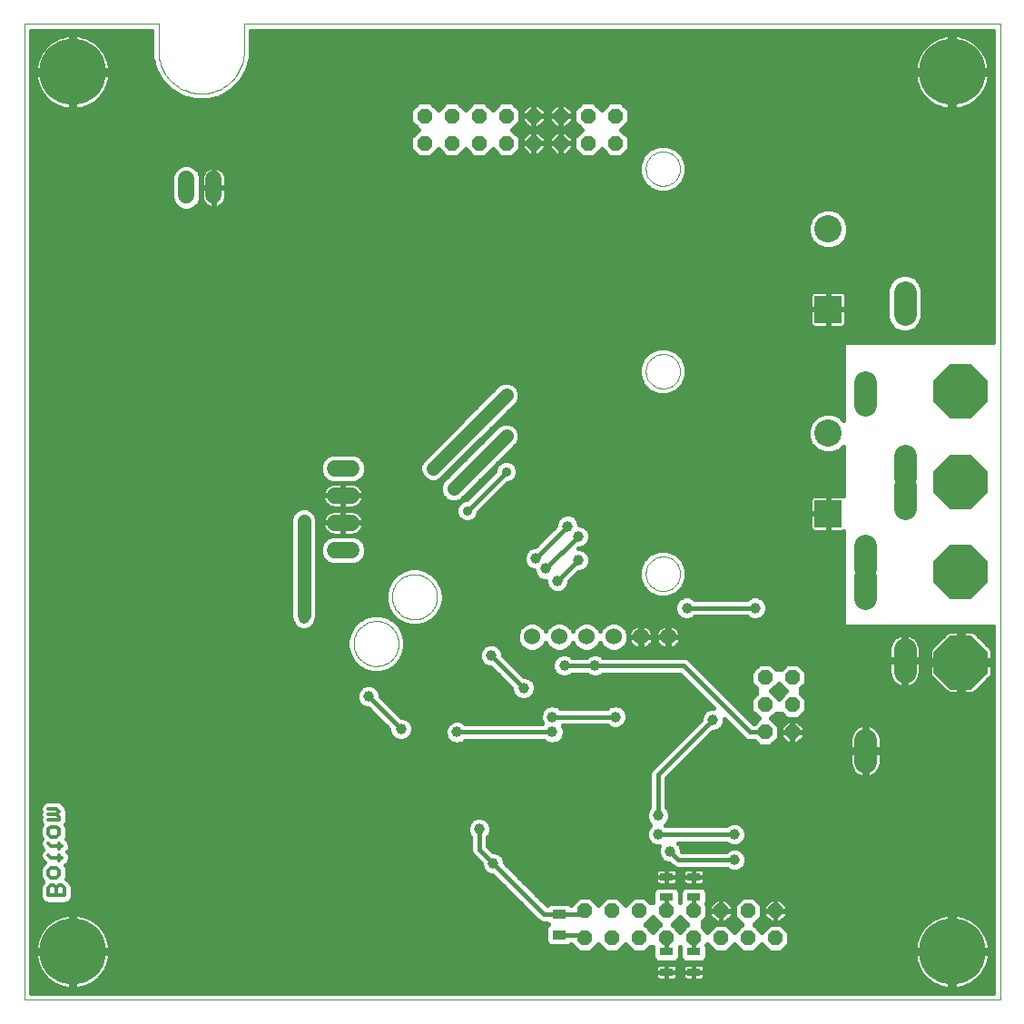
<source format=gbl>
G75*
G70*
%OFA0B0*%
%FSLAX24Y24*%
%IPPOS*%
%LPD*%
%AMOC8*
5,1,8,0,0,1.08239X$1,22.5*
%
%ADD10C,0.0000*%
%ADD11C,0.0130*%
%ADD12R,0.1000X0.1000*%
%ADD13C,0.1000*%
%ADD14C,0.2441*%
%ADD15OC8,0.1969*%
%ADD16OC8,0.0540*%
%ADD17C,0.0600*%
%ADD18R,0.0512X0.0276*%
%ADD19R,0.0512X0.0354*%
%ADD20C,0.0600*%
%ADD21C,0.0825*%
%ADD22C,0.0394*%
%ADD23C,0.0354*%
%ADD24C,0.0160*%
%ADD25C,0.0500*%
%ADD26C,0.0400*%
%ADD27C,0.0400*%
D10*
X000233Y000233D02*
X000233Y036060D01*
X005154Y036060D01*
X005154Y035076D01*
X005156Y034999D01*
X005162Y034922D01*
X005171Y034845D01*
X005184Y034769D01*
X005201Y034693D01*
X005222Y034619D01*
X005246Y034545D01*
X005274Y034473D01*
X005305Y034403D01*
X005340Y034334D01*
X005378Y034266D01*
X005419Y034201D01*
X005464Y034138D01*
X005512Y034077D01*
X005562Y034018D01*
X005615Y033962D01*
X005671Y033909D01*
X005730Y033859D01*
X005791Y033811D01*
X005854Y033766D01*
X005919Y033725D01*
X005987Y033687D01*
X006056Y033652D01*
X006126Y033621D01*
X006198Y033593D01*
X006272Y033569D01*
X006346Y033548D01*
X006422Y033531D01*
X006498Y033518D01*
X006575Y033509D01*
X006652Y033503D01*
X006729Y033501D01*
X006806Y033503D01*
X006883Y033509D01*
X006960Y033518D01*
X007036Y033531D01*
X007112Y033548D01*
X007186Y033569D01*
X007260Y033593D01*
X007332Y033621D01*
X007402Y033652D01*
X007471Y033687D01*
X007539Y033725D01*
X007604Y033766D01*
X007667Y033811D01*
X007728Y033859D01*
X007787Y033909D01*
X007843Y033962D01*
X007896Y034018D01*
X007946Y034077D01*
X007994Y034138D01*
X008039Y034201D01*
X008080Y034266D01*
X008118Y034334D01*
X008153Y034403D01*
X008184Y034473D01*
X008212Y034545D01*
X008236Y034619D01*
X008257Y034693D01*
X008274Y034769D01*
X008287Y034845D01*
X008296Y034922D01*
X008302Y034999D01*
X008304Y035076D01*
X008304Y036060D01*
X036060Y036060D01*
X036060Y000233D01*
X000233Y000233D01*
X012322Y013305D02*
X012324Y013362D01*
X012330Y013419D01*
X012340Y013475D01*
X012353Y013531D01*
X012371Y013585D01*
X012392Y013638D01*
X012417Y013689D01*
X012445Y013739D01*
X012477Y013786D01*
X012511Y013832D01*
X012549Y013874D01*
X012590Y013914D01*
X012633Y013952D01*
X012679Y013986D01*
X012727Y014016D01*
X012777Y014044D01*
X012829Y014068D01*
X012883Y014088D01*
X012937Y014104D01*
X012993Y014117D01*
X013049Y014126D01*
X013106Y014131D01*
X013163Y014132D01*
X013220Y014129D01*
X013277Y014122D01*
X013333Y014111D01*
X013388Y014097D01*
X013442Y014078D01*
X013495Y014056D01*
X013546Y014031D01*
X013595Y014001D01*
X013642Y013969D01*
X013687Y013933D01*
X013729Y013895D01*
X013768Y013853D01*
X013804Y013809D01*
X013838Y013763D01*
X013868Y013714D01*
X013894Y013664D01*
X013917Y013612D01*
X013936Y013558D01*
X013952Y013503D01*
X013964Y013447D01*
X013972Y013390D01*
X013976Y013334D01*
X013976Y013276D01*
X013972Y013220D01*
X013964Y013163D01*
X013952Y013107D01*
X013936Y013052D01*
X013917Y012998D01*
X013894Y012946D01*
X013868Y012896D01*
X013838Y012847D01*
X013804Y012801D01*
X013768Y012757D01*
X013729Y012715D01*
X013687Y012677D01*
X013642Y012641D01*
X013595Y012609D01*
X013546Y012579D01*
X013495Y012554D01*
X013442Y012532D01*
X013388Y012513D01*
X013333Y012499D01*
X013277Y012488D01*
X013220Y012481D01*
X013163Y012478D01*
X013106Y012479D01*
X013049Y012484D01*
X012993Y012493D01*
X012937Y012506D01*
X012883Y012522D01*
X012829Y012542D01*
X012777Y012566D01*
X012727Y012594D01*
X012679Y012624D01*
X012633Y012658D01*
X012590Y012696D01*
X012549Y012736D01*
X012511Y012778D01*
X012477Y012824D01*
X012445Y012871D01*
X012417Y012921D01*
X012392Y012972D01*
X012371Y013025D01*
X012353Y013079D01*
X012340Y013135D01*
X012330Y013191D01*
X012324Y013248D01*
X012322Y013305D01*
X013728Y015024D02*
X013730Y015081D01*
X013736Y015138D01*
X013746Y015194D01*
X013759Y015250D01*
X013777Y015304D01*
X013798Y015357D01*
X013823Y015408D01*
X013851Y015458D01*
X013883Y015505D01*
X013917Y015551D01*
X013955Y015593D01*
X013996Y015633D01*
X014039Y015671D01*
X014085Y015705D01*
X014133Y015735D01*
X014183Y015763D01*
X014235Y015787D01*
X014289Y015807D01*
X014343Y015823D01*
X014399Y015836D01*
X014455Y015845D01*
X014512Y015850D01*
X014569Y015851D01*
X014626Y015848D01*
X014683Y015841D01*
X014739Y015830D01*
X014794Y015816D01*
X014848Y015797D01*
X014901Y015775D01*
X014952Y015750D01*
X015001Y015720D01*
X015048Y015688D01*
X015093Y015652D01*
X015135Y015614D01*
X015174Y015572D01*
X015210Y015528D01*
X015244Y015482D01*
X015274Y015433D01*
X015300Y015383D01*
X015323Y015331D01*
X015342Y015277D01*
X015358Y015222D01*
X015370Y015166D01*
X015378Y015109D01*
X015382Y015053D01*
X015382Y014995D01*
X015378Y014939D01*
X015370Y014882D01*
X015358Y014826D01*
X015342Y014771D01*
X015323Y014717D01*
X015300Y014665D01*
X015274Y014615D01*
X015244Y014566D01*
X015210Y014520D01*
X015174Y014476D01*
X015135Y014434D01*
X015093Y014396D01*
X015048Y014360D01*
X015001Y014328D01*
X014952Y014298D01*
X014901Y014273D01*
X014848Y014251D01*
X014794Y014232D01*
X014739Y014218D01*
X014683Y014207D01*
X014626Y014200D01*
X014569Y014197D01*
X014512Y014198D01*
X014455Y014203D01*
X014399Y014212D01*
X014343Y014225D01*
X014289Y014241D01*
X014235Y014261D01*
X014183Y014285D01*
X014133Y014313D01*
X014085Y014343D01*
X014039Y014377D01*
X013996Y014415D01*
X013955Y014455D01*
X013917Y014497D01*
X013883Y014543D01*
X013851Y014590D01*
X013823Y014640D01*
X013798Y014691D01*
X013777Y014744D01*
X013759Y014798D01*
X013746Y014854D01*
X013736Y014910D01*
X013730Y014967D01*
X013728Y015024D01*
X023050Y015868D02*
X023052Y015918D01*
X023058Y015968D01*
X023068Y016017D01*
X023082Y016065D01*
X023099Y016112D01*
X023120Y016157D01*
X023145Y016201D01*
X023173Y016242D01*
X023205Y016281D01*
X023239Y016318D01*
X023276Y016352D01*
X023316Y016382D01*
X023358Y016409D01*
X023402Y016433D01*
X023448Y016454D01*
X023495Y016470D01*
X023543Y016483D01*
X023593Y016492D01*
X023642Y016497D01*
X023693Y016498D01*
X023743Y016495D01*
X023792Y016488D01*
X023841Y016477D01*
X023889Y016462D01*
X023935Y016444D01*
X023980Y016422D01*
X024023Y016396D01*
X024064Y016367D01*
X024103Y016335D01*
X024139Y016300D01*
X024171Y016262D01*
X024201Y016222D01*
X024228Y016179D01*
X024251Y016135D01*
X024270Y016089D01*
X024286Y016041D01*
X024298Y015992D01*
X024306Y015943D01*
X024310Y015893D01*
X024310Y015843D01*
X024306Y015793D01*
X024298Y015744D01*
X024286Y015695D01*
X024270Y015647D01*
X024251Y015601D01*
X024228Y015557D01*
X024201Y015514D01*
X024171Y015474D01*
X024139Y015436D01*
X024103Y015401D01*
X024064Y015369D01*
X024023Y015340D01*
X023980Y015314D01*
X023935Y015292D01*
X023889Y015274D01*
X023841Y015259D01*
X023792Y015248D01*
X023743Y015241D01*
X023693Y015238D01*
X023642Y015239D01*
X023593Y015244D01*
X023543Y015253D01*
X023495Y015266D01*
X023448Y015282D01*
X023402Y015303D01*
X023358Y015327D01*
X023316Y015354D01*
X023276Y015384D01*
X023239Y015418D01*
X023205Y015455D01*
X023173Y015494D01*
X023145Y015535D01*
X023120Y015579D01*
X023099Y015624D01*
X023082Y015671D01*
X023068Y015719D01*
X023058Y015768D01*
X023052Y015818D01*
X023050Y015868D01*
X023050Y023305D02*
X023052Y023355D01*
X023058Y023405D01*
X023068Y023454D01*
X023082Y023502D01*
X023099Y023549D01*
X023120Y023594D01*
X023145Y023638D01*
X023173Y023679D01*
X023205Y023718D01*
X023239Y023755D01*
X023276Y023789D01*
X023316Y023819D01*
X023358Y023846D01*
X023402Y023870D01*
X023448Y023891D01*
X023495Y023907D01*
X023543Y023920D01*
X023593Y023929D01*
X023642Y023934D01*
X023693Y023935D01*
X023743Y023932D01*
X023792Y023925D01*
X023841Y023914D01*
X023889Y023899D01*
X023935Y023881D01*
X023980Y023859D01*
X024023Y023833D01*
X024064Y023804D01*
X024103Y023772D01*
X024139Y023737D01*
X024171Y023699D01*
X024201Y023659D01*
X024228Y023616D01*
X024251Y023572D01*
X024270Y023526D01*
X024286Y023478D01*
X024298Y023429D01*
X024306Y023380D01*
X024310Y023330D01*
X024310Y023280D01*
X024306Y023230D01*
X024298Y023181D01*
X024286Y023132D01*
X024270Y023084D01*
X024251Y023038D01*
X024228Y022994D01*
X024201Y022951D01*
X024171Y022911D01*
X024139Y022873D01*
X024103Y022838D01*
X024064Y022806D01*
X024023Y022777D01*
X023980Y022751D01*
X023935Y022729D01*
X023889Y022711D01*
X023841Y022696D01*
X023792Y022685D01*
X023743Y022678D01*
X023693Y022675D01*
X023642Y022676D01*
X023593Y022681D01*
X023543Y022690D01*
X023495Y022703D01*
X023448Y022719D01*
X023402Y022740D01*
X023358Y022764D01*
X023316Y022791D01*
X023276Y022821D01*
X023239Y022855D01*
X023205Y022892D01*
X023173Y022931D01*
X023145Y022972D01*
X023120Y023016D01*
X023099Y023061D01*
X023082Y023108D01*
X023068Y023156D01*
X023058Y023205D01*
X023052Y023255D01*
X023050Y023305D01*
X023050Y030742D02*
X023052Y030792D01*
X023058Y030842D01*
X023068Y030891D01*
X023082Y030939D01*
X023099Y030986D01*
X023120Y031031D01*
X023145Y031075D01*
X023173Y031116D01*
X023205Y031155D01*
X023239Y031192D01*
X023276Y031226D01*
X023316Y031256D01*
X023358Y031283D01*
X023402Y031307D01*
X023448Y031328D01*
X023495Y031344D01*
X023543Y031357D01*
X023593Y031366D01*
X023642Y031371D01*
X023693Y031372D01*
X023743Y031369D01*
X023792Y031362D01*
X023841Y031351D01*
X023889Y031336D01*
X023935Y031318D01*
X023980Y031296D01*
X024023Y031270D01*
X024064Y031241D01*
X024103Y031209D01*
X024139Y031174D01*
X024171Y031136D01*
X024201Y031096D01*
X024228Y031053D01*
X024251Y031009D01*
X024270Y030963D01*
X024286Y030915D01*
X024298Y030866D01*
X024306Y030817D01*
X024310Y030767D01*
X024310Y030717D01*
X024306Y030667D01*
X024298Y030618D01*
X024286Y030569D01*
X024270Y030521D01*
X024251Y030475D01*
X024228Y030431D01*
X024201Y030388D01*
X024171Y030348D01*
X024139Y030310D01*
X024103Y030275D01*
X024064Y030243D01*
X024023Y030214D01*
X023980Y030188D01*
X023935Y030166D01*
X023889Y030148D01*
X023841Y030133D01*
X023792Y030122D01*
X023743Y030115D01*
X023693Y030112D01*
X023642Y030113D01*
X023593Y030118D01*
X023543Y030127D01*
X023495Y030140D01*
X023448Y030156D01*
X023402Y030177D01*
X023358Y030201D01*
X023316Y030228D01*
X023276Y030258D01*
X023239Y030292D01*
X023205Y030329D01*
X023173Y030368D01*
X023145Y030409D01*
X023120Y030453D01*
X023099Y030498D01*
X023082Y030545D01*
X023068Y030593D01*
X023058Y030642D01*
X023052Y030692D01*
X023050Y030742D01*
D11*
X001405Y007231D02*
X001120Y007231D01*
X001120Y007041D02*
X001405Y007041D01*
X001500Y007136D01*
X001405Y007231D01*
X001405Y007041D02*
X001500Y006946D01*
X001500Y006851D01*
X001120Y006851D01*
X001215Y006586D02*
X001405Y006586D01*
X001500Y006491D01*
X001500Y006301D01*
X001405Y006206D01*
X001215Y006206D01*
X001120Y006301D01*
X001120Y006491D01*
X001215Y006586D01*
X001120Y005966D02*
X001215Y005871D01*
X001595Y005871D01*
X001500Y005776D02*
X001500Y005966D01*
X001500Y005537D02*
X001500Y005347D01*
X001595Y005442D02*
X001215Y005442D01*
X001120Y005537D01*
X001215Y005082D02*
X001405Y005082D01*
X001500Y004987D01*
X001500Y004797D01*
X001405Y004702D01*
X001215Y004702D01*
X001120Y004797D01*
X001120Y004987D01*
X001215Y005082D01*
X001215Y004438D02*
X001120Y004343D01*
X001120Y004058D01*
X001690Y004058D01*
X001690Y004343D01*
X001595Y004438D01*
X001500Y004438D01*
X001405Y004343D01*
X001405Y004058D01*
X001405Y004343D02*
X001310Y004438D01*
X001215Y004438D01*
D12*
X029742Y018079D03*
X029743Y025578D03*
D13*
X029743Y028531D03*
X029742Y021031D03*
D14*
X034288Y034288D03*
X002005Y034288D03*
X002005Y002005D03*
X034288Y002005D03*
D15*
X034618Y012617D03*
X034618Y015930D03*
X034618Y019242D03*
X034618Y022555D03*
D16*
X028430Y012055D03*
X027430Y012055D03*
X027430Y011055D03*
X028430Y011055D03*
X028430Y010055D03*
X027430Y010055D03*
X027805Y003492D03*
X027805Y002492D03*
X026805Y002492D03*
X025805Y002492D03*
X024805Y002492D03*
X023805Y002492D03*
X022805Y002492D03*
X021805Y002492D03*
X020805Y002492D03*
X020805Y003492D03*
X021805Y003492D03*
X022805Y003492D03*
X023805Y003492D03*
X024805Y003492D03*
X025805Y003492D03*
X026805Y003492D03*
X021930Y031680D03*
X021930Y032680D03*
X020930Y032680D03*
X019930Y032680D03*
X018930Y032680D03*
X017930Y032680D03*
X016930Y032680D03*
X015930Y032680D03*
X014930Y032680D03*
X014930Y031680D03*
X015930Y031680D03*
X016930Y031680D03*
X017930Y031680D03*
X018930Y031680D03*
X019930Y031680D03*
X020930Y031680D03*
D17*
X012230Y019742D02*
X011630Y019742D01*
X011630Y018742D02*
X012230Y018742D01*
X012230Y017742D02*
X011630Y017742D01*
X011630Y016742D02*
X012230Y016742D01*
X007180Y029755D02*
X007180Y030355D01*
X006180Y030355D02*
X006180Y029755D01*
D18*
X023805Y004741D03*
X023805Y003993D03*
X024805Y003993D03*
X024805Y004741D03*
X024805Y001991D03*
X024805Y001243D03*
X023805Y001243D03*
X023805Y001991D03*
D19*
X019868Y002618D03*
X019868Y003366D03*
D20*
X019868Y013555D03*
X018868Y013555D03*
X020868Y013555D03*
X021868Y013555D03*
X022868Y013555D03*
X023868Y013555D03*
D21*
X031118Y014955D02*
X031118Y015780D01*
X031118Y016080D02*
X031118Y016905D01*
X032555Y018267D02*
X032555Y019092D01*
X032555Y019392D02*
X032555Y020217D01*
X031118Y022080D02*
X031118Y022905D01*
X032555Y025392D02*
X032555Y026217D01*
X032555Y013092D02*
X032555Y012267D01*
X031118Y009780D02*
X031118Y008955D01*
D22*
X026305Y006305D03*
X026305Y005367D03*
X023930Y005680D03*
X023493Y006305D03*
X023493Y006992D03*
X025493Y010492D03*
X021930Y010617D03*
X021180Y012492D03*
X020055Y012492D03*
X018555Y011680D03*
X019618Y010617D03*
X019618Y010055D03*
X017368Y012867D03*
X016118Y010055D03*
X014055Y010180D03*
X012868Y011367D03*
X011430Y009805D03*
X010493Y014242D03*
X008242Y015180D03*
X010493Y017805D03*
X011367Y022743D03*
X011867Y022743D03*
X012367Y022743D03*
X012367Y023618D03*
X011867Y023618D03*
X011367Y023618D03*
X011430Y027118D03*
X011055Y027368D03*
X010680Y027618D03*
X010680Y027118D03*
X011430Y027618D03*
X012680Y028055D03*
X011992Y029617D03*
X012242Y030492D03*
X012242Y030992D03*
X008055Y026118D03*
X007555Y026118D03*
X002680Y030242D03*
X001867Y021242D03*
X004742Y018242D03*
X004742Y011805D03*
X004742Y007867D03*
X004805Y003867D03*
X016930Y006492D03*
X017430Y005242D03*
X024555Y014617D03*
X027055Y014617D03*
X020555Y016367D03*
X020555Y017242D03*
X020180Y017617D03*
X018993Y016430D03*
X019368Y016055D03*
X019805Y015617D03*
X015430Y016055D03*
X028055Y033680D03*
D23*
X028055Y029930D03*
X029680Y026867D03*
X031742Y029555D03*
X033617Y027680D03*
X033992Y024555D03*
X035617Y024555D03*
X030117Y019180D03*
X030118Y016992D03*
X030118Y014242D03*
X027930Y012492D03*
X028867Y011555D03*
X028867Y010555D03*
X026992Y010555D03*
X026992Y011555D03*
X025868Y012117D03*
X025368Y013117D03*
X025805Y014180D03*
X025805Y015055D03*
X025805Y016055D03*
X024868Y016055D03*
X025930Y017555D03*
X022743Y016805D03*
X022743Y015367D03*
X022368Y014055D03*
X022368Y013055D03*
X023368Y013055D03*
X023368Y014055D03*
X024368Y014055D03*
X022868Y011555D03*
X022868Y010368D03*
X023774Y010368D03*
X024649Y010368D03*
X025492Y009930D03*
X024930Y008743D03*
X025868Y006868D03*
X025867Y005868D03*
X025742Y004805D03*
X025742Y004243D03*
X026805Y004805D03*
X027305Y003930D03*
X027305Y002993D03*
X027305Y002055D03*
X028305Y002055D03*
X029492Y000743D03*
X030492Y003118D03*
X032180Y002930D03*
X032117Y004493D03*
X033242Y005305D03*
X032117Y006243D03*
X032867Y007055D03*
X029993Y006868D03*
X029993Y005868D03*
X029117Y004868D03*
X028305Y003930D03*
X027930Y005868D03*
X027930Y006868D03*
X027180Y008368D03*
X026992Y009555D03*
X024680Y005867D03*
X023242Y005305D03*
X023242Y004430D03*
X022867Y006493D03*
X022180Y008305D03*
X022180Y009305D03*
X020993Y009305D03*
X020305Y007993D03*
X020305Y007368D03*
X021055Y007368D03*
X019555Y006430D03*
X018368Y006118D03*
X018617Y005180D03*
X017367Y006118D03*
X016430Y006118D03*
X016430Y005180D03*
X015055Y004930D03*
X015117Y006367D03*
X016430Y007930D03*
X017367Y008368D03*
X017367Y008993D03*
X016430Y009493D03*
X017367Y010618D03*
X016430Y010930D03*
X017367Y012243D03*
X016461Y013618D03*
X015430Y013618D03*
X013555Y011680D03*
X014367Y010930D03*
X014367Y009492D03*
X012992Y009492D03*
X012617Y010680D03*
X011242Y012055D03*
X011680Y013493D03*
X011242Y014867D03*
X011242Y015492D03*
X012492Y016055D03*
X011117Y017368D03*
X009742Y017368D03*
X009743Y019118D03*
X011117Y019118D03*
X011180Y020430D03*
X009805Y021493D03*
X008742Y022430D03*
X009805Y023555D03*
X010805Y023180D03*
X011242Y024993D03*
X009867Y025493D03*
X008805Y024180D03*
X007055Y024180D03*
X006992Y022430D03*
X004055Y022430D03*
X001555Y023180D03*
X006992Y027618D03*
X009305Y029368D03*
X009867Y033493D03*
X011742Y033805D03*
X012117Y035618D03*
X013930Y034180D03*
X015930Y035618D03*
X018055Y034243D03*
X019930Y035618D03*
X021617Y033680D03*
X022805Y031493D03*
X024430Y029930D03*
X025742Y026867D03*
X022242Y027117D03*
X020367Y028992D03*
X018617Y028617D03*
X018617Y024992D03*
X018617Y021680D03*
X019305Y020993D03*
X019680Y019742D03*
X019680Y018680D03*
X017930Y019617D03*
X016493Y018180D03*
X016461Y017430D03*
X015430Y017430D03*
X015117Y019055D03*
X014742Y020430D03*
X012680Y018243D03*
X008992Y015430D03*
X008992Y014930D03*
X008992Y013430D03*
X008055Y011805D03*
X006367Y009868D03*
X008055Y007930D03*
X006367Y005868D03*
X008055Y003868D03*
X006367Y002305D03*
X008055Y000743D03*
X010117Y002305D03*
X012117Y000743D03*
X014367Y002243D03*
X016492Y000743D03*
X018867Y002992D03*
X020305Y002055D03*
X021305Y002055D03*
X022305Y002055D03*
X021180Y000743D03*
X020305Y003930D03*
X020305Y005180D03*
X018368Y007399D03*
X018368Y008368D03*
X017368Y007399D03*
X013680Y007930D03*
X012117Y007930D03*
X013242Y006242D03*
X012492Y004868D03*
X012117Y003868D03*
X010992Y006117D03*
X010117Y005868D03*
X010055Y009867D03*
X005805Y014430D03*
X006117Y014680D03*
X005805Y014930D03*
X006117Y015180D03*
X005805Y015430D03*
X006117Y015680D03*
X005805Y015930D03*
X005492Y015680D03*
X005180Y015930D03*
X004867Y015680D03*
X005180Y015430D03*
X005492Y015180D03*
X005180Y014930D03*
X005492Y014680D03*
X005180Y014430D03*
X004867Y014680D03*
X004867Y015180D03*
X013867Y023243D03*
X013930Y027430D03*
X013930Y032118D03*
X004367Y030243D03*
X001742Y028930D03*
X018305Y014868D03*
X018743Y015305D03*
X019368Y014055D03*
X019368Y013055D03*
X020368Y014055D03*
X021368Y014055D03*
X021368Y013055D03*
X021368Y015118D03*
X020430Y015118D03*
X020993Y016805D03*
X022743Y018367D03*
X028055Y021055D03*
X029180Y023305D03*
X019867Y011243D03*
X026305Y002055D03*
X025305Y000743D03*
D24*
X025158Y000979D02*
X025188Y001008D01*
X025209Y001044D01*
X025220Y001085D01*
X025220Y001243D01*
X024805Y001243D01*
X024805Y000947D01*
X025082Y000947D01*
X025122Y000958D01*
X025158Y000979D01*
X025214Y001064D02*
X033279Y001064D01*
X033265Y001077D02*
X033361Y000982D01*
X033466Y000896D01*
X033578Y000820D01*
X033698Y000756D01*
X033823Y000705D01*
X033953Y000665D01*
X034086Y000639D01*
X034208Y000627D01*
X034208Y001925D01*
X032910Y001925D01*
X032922Y001802D01*
X032949Y001669D01*
X032988Y001540D01*
X033040Y001414D01*
X033104Y001295D01*
X033179Y001182D01*
X033265Y001077D01*
X033152Y001222D02*
X025220Y001222D01*
X025220Y001243D02*
X025220Y001402D01*
X025209Y001442D01*
X025188Y001479D01*
X025158Y001508D01*
X025122Y001529D01*
X025082Y001540D01*
X024805Y001540D01*
X024528Y001540D01*
X024488Y001529D01*
X024452Y001508D01*
X024422Y001479D01*
X024401Y001442D01*
X024390Y001402D01*
X024390Y001243D01*
X024390Y001085D01*
X024401Y001044D01*
X024422Y001008D01*
X024452Y000979D01*
X024488Y000958D01*
X024528Y000947D01*
X024805Y000947D01*
X024805Y001243D01*
X024805Y001243D01*
X024390Y001243D01*
X024805Y001243D01*
X024805Y001243D01*
X024805Y001243D01*
X025220Y001243D01*
X025220Y001381D02*
X033058Y001381D01*
X032988Y001539D02*
X025084Y001539D01*
X025109Y001614D02*
X025197Y001650D01*
X025264Y001718D01*
X025301Y001806D01*
X025301Y002177D01*
X025275Y002241D01*
X025305Y002271D01*
X025594Y001982D01*
X026016Y001982D01*
X026305Y002271D01*
X026594Y001982D01*
X027016Y001982D01*
X027305Y002271D01*
X027594Y001982D01*
X028016Y001982D01*
X028315Y002281D01*
X028315Y002704D01*
X028016Y003002D01*
X027594Y003002D01*
X027305Y002714D01*
X027026Y002992D01*
X027315Y003281D01*
X027315Y003704D01*
X027016Y004002D01*
X026594Y004002D01*
X026295Y003704D01*
X026295Y003281D01*
X026584Y002992D01*
X026305Y002714D01*
X026016Y003002D01*
X025594Y003002D01*
X025305Y002714D01*
X025125Y002894D01*
X025125Y003091D01*
X025315Y003281D01*
X025315Y003704D01*
X025275Y003744D01*
X025301Y003808D01*
X025301Y004179D01*
X025264Y004267D01*
X025197Y004335D01*
X025109Y004371D01*
X024501Y004371D01*
X024413Y004335D01*
X024346Y004267D01*
X024309Y004179D01*
X024309Y003812D01*
X024301Y003812D01*
X024301Y004179D01*
X024264Y004267D01*
X024197Y004335D01*
X024109Y004371D01*
X023501Y004371D01*
X023413Y004335D01*
X023346Y004267D01*
X023309Y004179D01*
X023309Y003812D01*
X023206Y003812D01*
X023016Y004002D01*
X022594Y004002D01*
X022305Y003714D01*
X022016Y004002D01*
X021594Y004002D01*
X021305Y003714D01*
X021016Y004002D01*
X020594Y004002D01*
X020299Y003708D01*
X020259Y003747D01*
X020171Y003784D01*
X019564Y003784D01*
X019476Y003747D01*
X019427Y003698D01*
X017867Y005258D01*
X017867Y005329D01*
X017800Y005490D01*
X017677Y005613D01*
X017517Y005679D01*
X017446Y005679D01*
X017250Y005875D01*
X017250Y006195D01*
X017300Y006245D01*
X017367Y006406D01*
X017367Y006579D01*
X017300Y006740D01*
X017177Y006863D01*
X017017Y006929D01*
X016843Y006929D01*
X016683Y006863D01*
X016560Y006740D01*
X016493Y006579D01*
X016493Y006406D01*
X016560Y006245D01*
X016610Y006195D01*
X016610Y005679D01*
X016659Y005561D01*
X016993Y005227D01*
X016993Y005156D01*
X017060Y004995D01*
X017183Y004872D01*
X017343Y004806D01*
X017414Y004806D01*
X019034Y003186D01*
X019124Y003096D01*
X019241Y003047D01*
X019414Y003047D01*
X019469Y002992D01*
X019408Y002932D01*
X019372Y002843D01*
X019372Y002394D01*
X019408Y002305D01*
X019476Y002238D01*
X019564Y002201D01*
X020171Y002201D01*
X020259Y002238D01*
X020299Y002277D01*
X020594Y001982D01*
X021016Y001982D01*
X021305Y002271D01*
X021594Y001982D01*
X022016Y001982D01*
X022305Y002271D01*
X022594Y001982D01*
X023016Y001982D01*
X023206Y002172D01*
X023309Y002172D01*
X023309Y001806D01*
X023346Y001718D01*
X023413Y001650D01*
X023501Y001614D01*
X024109Y001614D01*
X024197Y001650D01*
X024264Y001718D01*
X024301Y001806D01*
X024301Y002172D01*
X024309Y002172D01*
X024309Y001806D01*
X024346Y001718D01*
X024413Y001650D01*
X024501Y001614D01*
X025109Y001614D01*
X025245Y001698D02*
X032943Y001698D01*
X032917Y001856D02*
X025301Y001856D01*
X025301Y002015D02*
X025561Y002015D01*
X025403Y002173D02*
X025301Y002173D01*
X024805Y001991D02*
X024805Y002492D01*
X024399Y002807D02*
X024211Y002807D01*
X024305Y002714D02*
X024026Y002992D01*
X024305Y003271D01*
X024584Y002992D01*
X024305Y002714D01*
X024053Y002966D02*
X024557Y002966D01*
X024452Y003124D02*
X024158Y003124D01*
X023805Y003492D02*
X023805Y003993D01*
X023805Y004445D02*
X024082Y004445D01*
X024122Y004456D01*
X024158Y004477D01*
X024188Y004506D01*
X024209Y004542D01*
X024220Y004583D01*
X024220Y004741D01*
X023805Y004741D01*
X023805Y004445D01*
X023805Y004741D01*
X023805Y004741D01*
X023805Y004742D01*
X023805Y005038D01*
X023528Y005038D01*
X023488Y005027D01*
X023452Y005006D01*
X023422Y004977D01*
X023401Y004941D01*
X023390Y004900D01*
X023390Y004742D01*
X023805Y004742D01*
X023805Y004742D01*
X023805Y005038D01*
X024082Y005038D01*
X024122Y005027D01*
X024158Y005006D01*
X024188Y004977D01*
X024209Y004941D01*
X024220Y004900D01*
X024220Y004742D01*
X023805Y004742D01*
X023805Y004741D01*
X023390Y004741D01*
X023390Y004583D01*
X023401Y004542D01*
X023422Y004506D01*
X023452Y004477D01*
X023488Y004456D01*
X023528Y004445D01*
X023805Y004445D01*
X023805Y004551D02*
X023805Y004551D01*
X023805Y004709D02*
X023805Y004709D01*
X023805Y004868D02*
X023805Y004868D01*
X023805Y005026D02*
X023805Y005026D01*
X023843Y005243D02*
X023914Y005243D01*
X024061Y005096D01*
X024179Y005047D01*
X026007Y005047D01*
X026058Y004997D01*
X026218Y004931D01*
X026392Y004931D01*
X026552Y004997D01*
X026675Y005120D01*
X026742Y005281D01*
X026742Y005454D01*
X026675Y005615D01*
X026552Y005738D01*
X026392Y005804D01*
X026218Y005804D01*
X026058Y005738D01*
X026007Y005687D01*
X024375Y005687D01*
X024367Y005696D01*
X024367Y005767D01*
X024300Y005927D01*
X024243Y005985D01*
X026007Y005985D01*
X026058Y005935D01*
X026218Y005868D01*
X026392Y005868D01*
X026552Y005935D01*
X026675Y006058D01*
X026742Y006218D01*
X026742Y006392D01*
X026675Y006552D01*
X026552Y006675D01*
X026392Y006742D01*
X026218Y006742D01*
X026058Y006675D01*
X026007Y006625D01*
X023790Y006625D01*
X023767Y006649D01*
X023863Y006745D01*
X023929Y006906D01*
X023929Y007079D01*
X023863Y007240D01*
X023812Y007290D01*
X023812Y008360D01*
X025508Y010056D01*
X025579Y010056D01*
X025740Y010122D01*
X025863Y010245D01*
X025929Y010406D01*
X025929Y010541D01*
X026596Y009874D01*
X026686Y009784D01*
X026804Y009735D01*
X027029Y009735D01*
X027219Y009545D01*
X027641Y009545D01*
X027940Y009844D01*
X027940Y010266D01*
X027651Y010555D01*
X027831Y010735D01*
X028029Y010735D01*
X028219Y010545D01*
X028641Y010545D01*
X028940Y010844D01*
X028940Y011266D01*
X028750Y011456D01*
X028750Y011654D01*
X028940Y011844D01*
X028940Y012266D01*
X028641Y012565D01*
X028219Y012565D01*
X028029Y012375D01*
X027831Y012375D01*
X027641Y012565D01*
X027219Y012565D01*
X026920Y012266D01*
X026920Y011844D01*
X027110Y011654D01*
X027110Y011456D01*
X026920Y011266D01*
X026920Y010844D01*
X027209Y010555D01*
X027029Y010375D01*
X027000Y010375D01*
X024701Y012674D01*
X024611Y012764D01*
X024494Y012812D01*
X021478Y012812D01*
X021427Y012863D01*
X021267Y012929D01*
X021093Y012929D01*
X020933Y012863D01*
X020882Y012812D01*
X020353Y012812D01*
X020302Y012863D01*
X020142Y012929D01*
X019968Y012929D01*
X019808Y012863D01*
X019685Y012740D01*
X019618Y012579D01*
X019618Y012406D01*
X019685Y012245D01*
X019808Y012122D01*
X019968Y012056D01*
X020142Y012056D01*
X020302Y012122D01*
X020353Y012172D01*
X020882Y012172D01*
X020933Y012122D01*
X021093Y012056D01*
X021267Y012056D01*
X021427Y012122D01*
X021478Y012172D01*
X024297Y012172D01*
X025541Y010929D01*
X025406Y010929D01*
X025245Y010863D01*
X025122Y010740D01*
X025056Y010579D01*
X025056Y010508D01*
X023221Y008674D01*
X023173Y008556D01*
X023173Y007290D01*
X023122Y007240D01*
X023056Y007079D01*
X023056Y006906D01*
X023122Y006745D01*
X023218Y006649D01*
X023122Y006552D01*
X023056Y006392D01*
X023056Y006218D01*
X023122Y006058D01*
X023245Y005935D01*
X023406Y005868D01*
X023535Y005868D01*
X023493Y005767D01*
X023493Y005593D01*
X023560Y005433D01*
X023683Y005310D01*
X023843Y005243D01*
X023972Y005185D02*
X017940Y005185D01*
X017861Y005343D02*
X023649Y005343D01*
X023531Y005502D02*
X017788Y005502D01*
X017562Y005660D02*
X023493Y005660D01*
X023515Y005819D02*
X017306Y005819D01*
X017250Y005977D02*
X023202Y005977D01*
X023090Y006136D02*
X017250Y006136D01*
X017321Y006294D02*
X023056Y006294D01*
X023081Y006453D02*
X017367Y006453D01*
X017354Y006611D02*
X023181Y006611D01*
X023112Y006770D02*
X017270Y006770D01*
X017019Y006928D02*
X023056Y006928D01*
X023059Y007087D02*
X001805Y007087D01*
X001805Y007075D02*
X001805Y007196D01*
X001759Y007309D01*
X001664Y007404D01*
X001578Y007489D01*
X001466Y007536D01*
X001059Y007536D01*
X000947Y007489D01*
X000861Y007404D01*
X000815Y007292D01*
X000815Y007170D01*
X000829Y007136D01*
X000815Y007101D01*
X000815Y006980D01*
X000829Y006946D01*
X000815Y006911D01*
X000815Y006790D01*
X000861Y006678D01*
X000868Y006671D01*
X000861Y006664D01*
X000815Y006552D01*
X000815Y006240D01*
X000859Y006134D01*
X000815Y006027D01*
X000815Y005906D01*
X000861Y005794D01*
X000903Y005752D01*
X000861Y005710D01*
X000815Y005597D01*
X000815Y005476D01*
X000861Y005364D01*
X000963Y005262D01*
X000956Y005255D01*
X000861Y005160D01*
X000815Y005048D01*
X000815Y004736D01*
X000861Y004624D01*
X000916Y004570D01*
X000861Y004516D01*
X000815Y004403D01*
X000815Y003997D01*
X000861Y003885D01*
X000947Y003799D01*
X001059Y003753D01*
X001466Y003753D01*
X001630Y003753D01*
X001751Y003753D01*
X001863Y003799D01*
X001949Y003885D01*
X001995Y003997D01*
X001995Y004403D01*
X001949Y004516D01*
X001854Y004611D01*
X001783Y004682D01*
X001805Y004736D01*
X001805Y005048D01*
X001759Y005160D01*
X001752Y005167D01*
X001759Y005174D01*
X001762Y005180D01*
X001768Y005183D01*
X001854Y005269D01*
X001900Y005381D01*
X001900Y005502D01*
X016718Y005502D01*
X016618Y005660D02*
X001816Y005660D01*
X001812Y005657D02*
X001854Y005699D01*
X001900Y005811D01*
X001900Y005932D01*
X001854Y006044D01*
X001768Y006130D01*
X001762Y006133D01*
X001761Y006134D01*
X001805Y006240D01*
X001805Y006552D01*
X001759Y006664D01*
X001752Y006671D01*
X001759Y006678D01*
X001805Y006790D01*
X001805Y007006D01*
X001791Y007041D01*
X001805Y007075D01*
X001805Y006928D02*
X016841Y006928D01*
X016590Y006770D02*
X001797Y006770D01*
X001781Y006611D02*
X016506Y006611D01*
X016493Y006453D02*
X001805Y006453D01*
X001805Y006294D02*
X016539Y006294D01*
X016610Y006136D02*
X001762Y006136D01*
X001882Y005977D02*
X016610Y005977D01*
X016610Y005819D02*
X001900Y005819D01*
X001812Y005657D02*
X001854Y005614D01*
X001900Y005502D01*
X001885Y005343D02*
X016876Y005343D01*
X016993Y005185D02*
X001770Y005185D01*
X001805Y005026D02*
X017047Y005026D01*
X017193Y004868D02*
X001805Y004868D01*
X001794Y004709D02*
X017510Y004709D01*
X017669Y004551D02*
X001914Y004551D01*
X001995Y004392D02*
X017827Y004392D01*
X017986Y004234D02*
X001995Y004234D01*
X001995Y004075D02*
X018144Y004075D01*
X018303Y003917D02*
X001962Y003917D01*
X001765Y003758D02*
X018461Y003758D01*
X018620Y003600D02*
X000473Y003600D01*
X000473Y003758D02*
X001045Y003758D01*
X000848Y003917D02*
X000473Y003917D01*
X000473Y004075D02*
X000815Y004075D01*
X000815Y004234D02*
X000473Y004234D01*
X000473Y004392D02*
X000815Y004392D01*
X000897Y004551D02*
X000473Y004551D01*
X000473Y004709D02*
X000826Y004709D01*
X000815Y004868D02*
X000473Y004868D01*
X000473Y005026D02*
X000815Y005026D01*
X000886Y005185D02*
X000473Y005185D01*
X000473Y005343D02*
X000882Y005343D01*
X000815Y005502D02*
X000473Y005502D01*
X000473Y005660D02*
X000841Y005660D01*
X000851Y005819D02*
X000473Y005819D01*
X000473Y005977D02*
X000815Y005977D01*
X000858Y006136D02*
X000473Y006136D01*
X000473Y006294D02*
X000815Y006294D01*
X000815Y006453D02*
X000473Y006453D01*
X000473Y006611D02*
X000840Y006611D01*
X000823Y006770D02*
X000473Y006770D01*
X000473Y006928D02*
X000822Y006928D01*
X000815Y007087D02*
X000473Y007087D01*
X000473Y007245D02*
X000815Y007245D01*
X000862Y007404D02*
X000473Y007404D01*
X000473Y007562D02*
X023173Y007562D01*
X023173Y007404D02*
X001663Y007404D01*
X001785Y007245D02*
X023128Y007245D01*
X023493Y006992D02*
X023493Y008492D01*
X025493Y010492D01*
X025683Y010098D02*
X026371Y010098D01*
X026530Y009940D02*
X025393Y009940D01*
X025234Y009781D02*
X026692Y009781D01*
X026868Y010055D02*
X027430Y010055D01*
X027069Y010415D02*
X026960Y010415D01*
X026801Y010574D02*
X027190Y010574D01*
X027031Y010732D02*
X026643Y010732D01*
X026484Y010891D02*
X026920Y010891D01*
X026920Y011049D02*
X026326Y011049D01*
X026167Y011208D02*
X026920Y011208D01*
X027020Y011366D02*
X026009Y011366D01*
X025850Y011525D02*
X027110Y011525D01*
X027080Y011683D02*
X025692Y011683D01*
X025533Y011842D02*
X026922Y011842D01*
X026920Y012000D02*
X025375Y012000D01*
X025216Y012159D02*
X026920Y012159D01*
X026971Y012317D02*
X025058Y012317D01*
X024899Y012476D02*
X027130Y012476D01*
X027730Y012476D02*
X028130Y012476D01*
X028730Y012476D02*
X031984Y012476D01*
X031984Y012622D02*
X031984Y012223D01*
X031998Y012134D01*
X032026Y012048D01*
X032066Y011968D01*
X032119Y011895D01*
X032183Y011832D01*
X032256Y011779D01*
X032336Y011738D01*
X032421Y011710D01*
X032497Y011698D01*
X032497Y012622D01*
X031984Y012622D01*
X031984Y012737D02*
X032497Y012737D01*
X032497Y012622D01*
X032613Y012622D01*
X032613Y012737D01*
X033126Y012737D01*
X033126Y013137D01*
X033112Y013226D01*
X033084Y013312D01*
X033044Y013392D01*
X032991Y013465D01*
X032927Y013528D01*
X032854Y013581D01*
X032774Y013622D01*
X032689Y013650D01*
X032613Y013662D01*
X032613Y012737D01*
X032497Y012737D01*
X032497Y013662D01*
X032421Y013650D01*
X032336Y013622D01*
X032256Y013581D01*
X032183Y013528D01*
X032119Y013465D01*
X032066Y013392D01*
X032026Y013312D01*
X031998Y013226D01*
X031984Y013137D01*
X031984Y012737D01*
X031984Y012793D02*
X024541Y012793D01*
X024741Y012634D02*
X032497Y012634D01*
X032613Y012634D02*
X034538Y012634D01*
X034538Y012697D02*
X034538Y012537D01*
X034698Y012537D01*
X034698Y012697D01*
X035761Y012697D01*
X035761Y013091D01*
X035091Y013760D01*
X034698Y013760D01*
X034698Y012697D01*
X034538Y012697D01*
X033475Y012697D01*
X033475Y013091D01*
X034144Y013760D01*
X034538Y013760D01*
X034538Y012697D01*
X034538Y012793D02*
X034698Y012793D01*
X034698Y012951D02*
X034538Y012951D01*
X034538Y013110D02*
X034698Y013110D01*
X034698Y013268D02*
X034538Y013268D01*
X034538Y013427D02*
X034698Y013427D01*
X034698Y013585D02*
X034538Y013585D01*
X034538Y013744D02*
X034698Y013744D01*
X035107Y013744D02*
X035820Y013744D01*
X035820Y013902D02*
X024169Y013902D01*
X024166Y013905D02*
X024108Y013947D01*
X024044Y013980D01*
X023975Y014002D01*
X023904Y014014D01*
X023888Y014014D01*
X023888Y013575D01*
X024326Y013575D01*
X024326Y013591D01*
X024315Y013662D01*
X024293Y013731D01*
X024260Y013795D01*
X024217Y013854D01*
X024166Y013905D01*
X024286Y013744D02*
X034128Y013744D01*
X033969Y013585D02*
X032846Y013585D01*
X032613Y013585D02*
X032497Y013585D01*
X032497Y013427D02*
X032613Y013427D01*
X032613Y013268D02*
X032497Y013268D01*
X032497Y013110D02*
X032613Y013110D01*
X032613Y012951D02*
X032497Y012951D01*
X032497Y012793D02*
X032613Y012793D01*
X032613Y012622D02*
X033126Y012622D01*
X033126Y012223D01*
X033112Y012134D01*
X033084Y012048D01*
X033044Y011968D01*
X032991Y011895D01*
X032927Y011832D01*
X032854Y011779D01*
X032774Y011738D01*
X032689Y011710D01*
X032613Y011698D01*
X032613Y012622D01*
X032613Y012476D02*
X032497Y012476D01*
X032497Y012317D02*
X032613Y012317D01*
X032613Y012159D02*
X032497Y012159D01*
X032497Y012000D02*
X032613Y012000D01*
X032613Y011842D02*
X032497Y011842D01*
X032173Y011842D02*
X028938Y011842D01*
X028940Y012000D02*
X032050Y012000D01*
X031994Y012159D02*
X028940Y012159D01*
X028889Y012317D02*
X031984Y012317D01*
X031984Y012951D02*
X017804Y012951D01*
X017804Y012954D02*
X017804Y012883D01*
X018571Y012117D01*
X018642Y012117D01*
X018802Y012050D01*
X018925Y011927D01*
X018992Y011767D01*
X018992Y011593D01*
X018925Y011433D01*
X018802Y011310D01*
X018642Y011243D01*
X018468Y011243D01*
X018308Y011310D01*
X018185Y011433D01*
X018118Y011593D01*
X018118Y011664D01*
X017352Y012431D01*
X017281Y012431D01*
X017120Y012497D01*
X016997Y012620D01*
X016931Y012781D01*
X016931Y012954D01*
X016997Y013115D01*
X017120Y013238D01*
X017281Y013304D01*
X017454Y013304D01*
X017615Y013238D01*
X017738Y013115D01*
X017804Y012954D01*
X017740Y013110D02*
X018549Y013110D01*
X018562Y013097D02*
X018760Y013015D01*
X018975Y013015D01*
X019173Y013097D01*
X019325Y013249D01*
X019367Y013351D01*
X019410Y013249D01*
X019562Y013097D01*
X019760Y013015D01*
X019975Y013015D01*
X020173Y013097D01*
X020325Y013249D01*
X020367Y013351D01*
X020410Y013249D01*
X020562Y013097D01*
X020760Y013015D01*
X020975Y013015D01*
X021173Y013097D01*
X021325Y013249D01*
X021367Y013351D01*
X021410Y013249D01*
X021562Y013097D01*
X021760Y013015D01*
X021975Y013015D01*
X022173Y013097D01*
X022325Y013249D01*
X022407Y013448D01*
X022407Y013662D01*
X022325Y013861D01*
X022173Y014013D01*
X021975Y014095D01*
X021760Y014095D01*
X021562Y014013D01*
X021410Y013861D01*
X021367Y013759D01*
X021325Y013861D01*
X021173Y014013D01*
X020975Y014095D01*
X020760Y014095D01*
X020562Y014013D01*
X020410Y013861D01*
X020367Y013759D01*
X020325Y013861D01*
X020173Y014013D01*
X019975Y014095D01*
X019760Y014095D01*
X019562Y014013D01*
X019410Y013861D01*
X019367Y013759D01*
X019325Y013861D01*
X019173Y014013D01*
X018975Y014095D01*
X018760Y014095D01*
X018562Y014013D01*
X018410Y013861D01*
X018328Y013662D01*
X018328Y013448D01*
X018410Y013249D01*
X018562Y013097D01*
X018402Y013268D02*
X017541Y013268D01*
X017194Y013268D02*
X014216Y013268D01*
X014216Y013165D02*
X014143Y012893D01*
X014002Y012650D01*
X013804Y012451D01*
X013561Y012311D01*
X013289Y012238D01*
X013008Y012238D01*
X012737Y012311D01*
X012494Y012451D01*
X012295Y012650D01*
X012155Y012893D01*
X012082Y013165D01*
X012082Y013445D01*
X012155Y013717D01*
X012295Y013960D01*
X012494Y014159D01*
X012737Y014299D01*
X013008Y014372D01*
X013289Y014372D01*
X013561Y014299D01*
X013804Y014159D01*
X014002Y013960D01*
X014143Y013717D01*
X014216Y013445D01*
X014216Y013165D01*
X014201Y013110D02*
X016995Y013110D01*
X016931Y012951D02*
X014158Y012951D01*
X014085Y012793D02*
X016931Y012793D01*
X016991Y012634D02*
X013987Y012634D01*
X013828Y012476D02*
X017171Y012476D01*
X017465Y012317D02*
X013572Y012317D01*
X013115Y011738D02*
X012954Y011804D01*
X012781Y011804D01*
X012620Y011738D01*
X012497Y011615D01*
X012431Y011454D01*
X012431Y011281D01*
X012497Y011120D01*
X012620Y010997D01*
X012781Y010931D01*
X012852Y010931D01*
X013618Y010164D01*
X013618Y010093D01*
X013685Y009933D01*
X013808Y009810D01*
X013968Y009743D01*
X014142Y009743D01*
X014302Y009810D01*
X014425Y009933D01*
X014492Y010093D01*
X014492Y010267D01*
X014425Y010427D01*
X014302Y010550D01*
X014142Y010617D01*
X014071Y010617D01*
X013304Y011383D01*
X013304Y011454D01*
X013238Y011615D01*
X013115Y011738D01*
X013169Y011683D02*
X018099Y011683D01*
X018146Y011525D02*
X013275Y011525D01*
X013321Y011366D02*
X018251Y011366D01*
X018555Y011680D02*
X017368Y012867D01*
X017895Y012793D02*
X019738Y012793D01*
X019641Y012634D02*
X018053Y012634D01*
X018212Y012476D02*
X019618Y012476D01*
X019655Y012317D02*
X018370Y012317D01*
X018529Y012159D02*
X019771Y012159D01*
X020055Y012492D02*
X021180Y012492D01*
X024430Y012492D01*
X026868Y010055D01*
X027141Y009623D02*
X025076Y009623D01*
X024917Y009464D02*
X030546Y009464D01*
X030546Y009425D02*
X031060Y009425D01*
X031060Y010349D01*
X030984Y010337D01*
X030898Y010309D01*
X030818Y010269D01*
X030745Y010216D01*
X030682Y010152D01*
X030629Y010079D01*
X030588Y009999D01*
X030560Y009914D01*
X030546Y009825D01*
X030546Y009425D01*
X030546Y009310D02*
X030546Y008910D01*
X030560Y008821D01*
X030588Y008736D01*
X030629Y008656D01*
X030682Y008583D01*
X030745Y008519D01*
X030818Y008466D01*
X030898Y008426D01*
X030984Y008398D01*
X031060Y008386D01*
X031060Y009310D01*
X030546Y009310D01*
X030546Y009306D02*
X024759Y009306D01*
X024600Y009147D02*
X030546Y009147D01*
X030546Y008989D02*
X024442Y008989D01*
X024283Y008830D02*
X030559Y008830D01*
X030621Y008672D02*
X024125Y008672D01*
X023966Y008513D02*
X030753Y008513D01*
X031060Y008513D02*
X031175Y008513D01*
X031175Y008386D02*
X031251Y008398D01*
X031337Y008426D01*
X031417Y008466D01*
X031490Y008519D01*
X031553Y008583D01*
X031606Y008656D01*
X031647Y008736D01*
X031675Y008821D01*
X031689Y008910D01*
X031689Y009310D01*
X031175Y009310D01*
X031175Y009425D01*
X031060Y009425D01*
X031060Y009310D01*
X031175Y009310D01*
X031175Y008386D01*
X031175Y008672D02*
X031060Y008672D01*
X031060Y008830D02*
X031175Y008830D01*
X031175Y008989D02*
X031060Y008989D01*
X031060Y009147D02*
X031175Y009147D01*
X031175Y009306D02*
X031060Y009306D01*
X031060Y009464D02*
X031175Y009464D01*
X031175Y009425D02*
X031175Y010349D01*
X031251Y010337D01*
X031337Y010309D01*
X031417Y010269D01*
X031490Y010216D01*
X031553Y010152D01*
X031606Y010079D01*
X031647Y009999D01*
X031675Y009914D01*
X031689Y009825D01*
X031689Y009425D01*
X031175Y009425D01*
X031175Y009623D02*
X031060Y009623D01*
X031060Y009781D02*
X031175Y009781D01*
X031175Y009940D02*
X031060Y009940D01*
X031060Y010098D02*
X031175Y010098D01*
X031175Y010257D02*
X031060Y010257D01*
X030802Y010257D02*
X028834Y010257D01*
X028859Y010233D02*
X028608Y010484D01*
X028440Y010484D01*
X028440Y010065D01*
X028420Y010065D01*
X028420Y010484D01*
X028252Y010484D01*
X028001Y010233D01*
X028001Y010065D01*
X028420Y010065D01*
X028420Y010045D01*
X028001Y010045D01*
X028001Y009877D01*
X028252Y009626D01*
X028420Y009626D01*
X028420Y010045D01*
X028440Y010045D01*
X028440Y010065D01*
X028859Y010065D01*
X028859Y010233D01*
X028859Y010098D02*
X030643Y010098D01*
X030569Y009940D02*
X028859Y009940D01*
X028859Y009877D02*
X028859Y010045D01*
X028440Y010045D01*
X028440Y009626D01*
X028608Y009626D01*
X028859Y009877D01*
X028763Y009781D02*
X030546Y009781D01*
X030546Y009623D02*
X027719Y009623D01*
X027878Y009781D02*
X028097Y009781D01*
X028001Y009940D02*
X027940Y009940D01*
X027940Y010098D02*
X028001Y010098D01*
X028026Y010257D02*
X027940Y010257D01*
X027791Y010415D02*
X028184Y010415D01*
X028190Y010574D02*
X027670Y010574D01*
X027829Y010732D02*
X028031Y010732D01*
X028420Y010415D02*
X028440Y010415D01*
X028440Y010257D02*
X028420Y010257D01*
X028420Y010098D02*
X028440Y010098D01*
X028440Y009940D02*
X028420Y009940D01*
X028420Y009781D02*
X028440Y009781D01*
X028676Y010415D02*
X035820Y010415D01*
X035820Y010257D02*
X031433Y010257D01*
X031592Y010098D02*
X035820Y010098D01*
X035820Y009940D02*
X031666Y009940D01*
X031689Y009781D02*
X035820Y009781D01*
X035820Y009623D02*
X031689Y009623D01*
X031689Y009464D02*
X035820Y009464D01*
X035820Y009306D02*
X031689Y009306D01*
X031689Y009147D02*
X035820Y009147D01*
X035820Y008989D02*
X031689Y008989D01*
X031676Y008830D02*
X035820Y008830D01*
X035820Y008672D02*
X031614Y008672D01*
X031482Y008513D02*
X035820Y008513D01*
X035820Y008355D02*
X023812Y008355D01*
X023812Y008196D02*
X035820Y008196D01*
X035820Y008038D02*
X023812Y008038D01*
X023812Y007879D02*
X035820Y007879D01*
X035820Y007721D02*
X023812Y007721D01*
X023812Y007562D02*
X035820Y007562D01*
X035820Y007404D02*
X023812Y007404D01*
X023857Y007245D02*
X035820Y007245D01*
X035820Y007087D02*
X023926Y007087D01*
X023929Y006928D02*
X035820Y006928D01*
X035820Y006770D02*
X023873Y006770D01*
X023493Y006305D02*
X026305Y006305D01*
X026616Y006611D02*
X035820Y006611D01*
X035820Y006453D02*
X026717Y006453D01*
X026742Y006294D02*
X035820Y006294D01*
X035820Y006136D02*
X026708Y006136D01*
X026595Y005977D02*
X035820Y005977D01*
X035820Y005819D02*
X024345Y005819D01*
X024250Y005977D02*
X026015Y005977D01*
X026305Y005367D02*
X024243Y005367D01*
X023930Y005680D01*
X024123Y005026D02*
X024487Y005026D01*
X024488Y005027D02*
X024452Y005006D01*
X024422Y004977D01*
X024401Y004941D01*
X024390Y004900D01*
X024390Y004741D01*
X024390Y004583D01*
X024401Y004542D01*
X024422Y004506D01*
X024452Y004477D01*
X024488Y004456D01*
X024528Y004445D01*
X024805Y004445D01*
X024805Y004741D01*
X024805Y004741D01*
X024805Y004445D01*
X025082Y004445D01*
X025122Y004456D01*
X025158Y004477D01*
X025188Y004506D01*
X025209Y004542D01*
X025220Y004583D01*
X025220Y004741D01*
X024805Y004741D01*
X024390Y004741D01*
X024805Y004741D01*
X024805Y004741D01*
X024805Y004741D01*
X025220Y004741D01*
X025220Y004900D01*
X025209Y004941D01*
X025188Y004977D01*
X025158Y005006D01*
X025122Y005027D01*
X025082Y005038D01*
X024805Y005038D01*
X024528Y005038D01*
X024488Y005027D01*
X024390Y004868D02*
X024220Y004868D01*
X024220Y004709D02*
X024390Y004709D01*
X024399Y004551D02*
X024211Y004551D01*
X024278Y004234D02*
X024332Y004234D01*
X024309Y004075D02*
X024301Y004075D01*
X024301Y003917D02*
X024309Y003917D01*
X024805Y003993D02*
X024805Y003492D01*
X024805Y003492D01*
X025158Y003124D02*
X025567Y003124D01*
X025627Y003064D02*
X025795Y003064D01*
X025795Y003482D01*
X025815Y003482D01*
X025815Y003064D01*
X025983Y003064D01*
X026234Y003315D01*
X026234Y003482D01*
X025815Y003482D01*
X025815Y003502D01*
X026234Y003502D01*
X026234Y003670D01*
X025983Y003921D01*
X025815Y003921D01*
X025815Y003502D01*
X025795Y003502D01*
X025795Y003482D01*
X025376Y003482D01*
X025376Y003315D01*
X025627Y003064D01*
X025557Y002966D02*
X025125Y002966D01*
X025211Y002807D02*
X025399Y002807D01*
X025795Y003124D02*
X025815Y003124D01*
X025815Y003283D02*
X025795Y003283D01*
X025795Y003441D02*
X025815Y003441D01*
X025795Y003502D02*
X025376Y003502D01*
X025376Y003670D01*
X025627Y003921D01*
X025795Y003921D01*
X025795Y003502D01*
X025795Y003600D02*
X025815Y003600D01*
X025815Y003758D02*
X025795Y003758D01*
X025795Y003917D02*
X025815Y003917D01*
X025987Y003917D02*
X026508Y003917D01*
X026350Y003758D02*
X026145Y003758D01*
X026234Y003600D02*
X026295Y003600D01*
X026295Y003441D02*
X026234Y003441D01*
X026202Y003283D02*
X026295Y003283D01*
X026452Y003124D02*
X026043Y003124D01*
X026053Y002966D02*
X026557Y002966D01*
X026399Y002807D02*
X026211Y002807D01*
X026207Y002173D02*
X026403Y002173D01*
X026561Y002015D02*
X026049Y002015D01*
X027049Y002015D02*
X027561Y002015D01*
X027403Y002173D02*
X027207Y002173D01*
X027211Y002807D02*
X027399Y002807D01*
X027557Y002966D02*
X027053Y002966D01*
X027158Y003124D02*
X027567Y003124D01*
X027627Y003064D02*
X027795Y003064D01*
X027795Y003482D01*
X027815Y003482D01*
X027815Y003064D01*
X027983Y003064D01*
X028234Y003315D01*
X028234Y003482D01*
X027815Y003482D01*
X027815Y003502D01*
X028234Y003502D01*
X028234Y003670D01*
X027983Y003921D01*
X027815Y003921D01*
X027815Y003502D01*
X027795Y003502D01*
X027795Y003482D01*
X027376Y003482D01*
X027376Y003315D01*
X027627Y003064D01*
X027795Y003124D02*
X027815Y003124D01*
X027815Y003283D02*
X027795Y003283D01*
X027795Y003441D02*
X027815Y003441D01*
X027795Y003502D02*
X027376Y003502D01*
X027376Y003670D01*
X027627Y003921D01*
X027795Y003921D01*
X027795Y003502D01*
X027795Y003600D02*
X027815Y003600D01*
X027815Y003758D02*
X027795Y003758D01*
X027795Y003917D02*
X027815Y003917D01*
X027987Y003917D02*
X035820Y003917D01*
X035820Y004075D02*
X025301Y004075D01*
X025301Y003917D02*
X025623Y003917D01*
X025465Y003758D02*
X025280Y003758D01*
X025315Y003600D02*
X025376Y003600D01*
X025376Y003441D02*
X025315Y003441D01*
X025315Y003283D02*
X025408Y003283D01*
X025278Y004234D02*
X035820Y004234D01*
X035820Y004392D02*
X018733Y004392D01*
X018891Y004234D02*
X023332Y004234D01*
X023309Y004075D02*
X019050Y004075D01*
X019208Y003917D02*
X020508Y003917D01*
X020350Y003758D02*
X020232Y003758D01*
X019868Y003366D02*
X019868Y003367D01*
X019305Y003367D01*
X017430Y005242D01*
X016930Y005742D01*
X016930Y006492D01*
X018099Y005026D02*
X023487Y005026D01*
X023390Y004868D02*
X018257Y004868D01*
X018416Y004709D02*
X023390Y004709D01*
X023399Y004551D02*
X018574Y004551D01*
X019367Y003758D02*
X019503Y003758D01*
X019868Y003366D02*
X020679Y003366D01*
X020805Y003492D01*
X021102Y003917D02*
X021508Y003917D01*
X021350Y003758D02*
X021260Y003758D01*
X022102Y003917D02*
X022508Y003917D01*
X022350Y003758D02*
X022260Y003758D01*
X023102Y003917D02*
X023309Y003917D01*
X023305Y003271D02*
X023026Y002992D01*
X023305Y002714D01*
X023584Y002992D01*
X023305Y003271D01*
X023158Y003124D02*
X023452Y003124D01*
X023557Y002966D02*
X023053Y002966D01*
X023211Y002807D02*
X023399Y002807D01*
X023805Y002492D02*
X023805Y001991D01*
X023805Y001540D02*
X023528Y001540D01*
X023488Y001529D01*
X023452Y001508D01*
X023422Y001479D01*
X023401Y001443D01*
X023390Y001402D01*
X023390Y001243D01*
X023390Y001085D01*
X023401Y001044D01*
X023422Y001008D01*
X023452Y000979D01*
X023488Y000958D01*
X023528Y000947D01*
X023805Y000947D01*
X024082Y000947D01*
X024122Y000958D01*
X024158Y000979D01*
X024188Y001008D01*
X024209Y001044D01*
X024220Y001085D01*
X024220Y001243D01*
X023805Y001243D01*
X023805Y000947D01*
X023805Y001243D01*
X023805Y001243D01*
X023390Y001243D01*
X023805Y001243D01*
X023805Y001243D01*
X023805Y001243D01*
X024220Y001243D01*
X024220Y001402D01*
X024209Y001443D01*
X024188Y001479D01*
X024158Y001508D01*
X024122Y001529D01*
X024082Y001540D01*
X023805Y001540D01*
X023805Y001243D01*
X023805Y001540D01*
X023805Y001539D02*
X023805Y001539D01*
X023805Y001381D02*
X023805Y001381D01*
X023805Y001243D02*
X023805Y001243D01*
X023805Y001222D02*
X023805Y001222D01*
X023805Y001064D02*
X023805Y001064D01*
X024214Y001064D02*
X024396Y001064D01*
X024390Y001222D02*
X024220Y001222D01*
X024220Y001381D02*
X024390Y001381D01*
X024526Y001539D02*
X024084Y001539D01*
X024245Y001698D02*
X024365Y001698D01*
X024309Y001856D02*
X024301Y001856D01*
X024301Y002015D02*
X024309Y002015D01*
X024805Y001540D02*
X024805Y001243D01*
X024805Y001243D01*
X024805Y001540D01*
X024805Y001539D02*
X024805Y001539D01*
X024805Y001381D02*
X024805Y001381D01*
X024805Y001222D02*
X024805Y001222D01*
X024805Y001064D02*
X024805Y001064D01*
X023526Y001539D02*
X003305Y001539D01*
X003305Y001540D02*
X003344Y001669D01*
X003371Y001802D01*
X003383Y001925D01*
X002085Y001925D01*
X002085Y002085D01*
X003383Y002085D01*
X003371Y002207D01*
X003344Y002340D01*
X003305Y002470D01*
X003253Y002595D01*
X003189Y002715D01*
X003114Y002827D01*
X003028Y002932D01*
X002932Y003028D01*
X002827Y003114D01*
X002715Y003189D01*
X002595Y003253D01*
X002470Y003305D01*
X002340Y003344D01*
X002207Y003371D01*
X002085Y003383D01*
X002085Y002085D01*
X001925Y002085D01*
X001925Y003383D01*
X001802Y003371D01*
X001669Y003344D01*
X001540Y003305D01*
X001414Y003253D01*
X001295Y003189D01*
X001182Y003114D01*
X001077Y003028D01*
X000982Y002932D01*
X000896Y002827D01*
X000820Y002715D01*
X000757Y002595D01*
X000705Y002470D01*
X000665Y002340D01*
X000639Y002207D01*
X000627Y002085D01*
X001925Y002085D01*
X001925Y001925D01*
X002085Y001925D01*
X002085Y000627D01*
X002207Y000639D01*
X002340Y000665D01*
X002470Y000705D01*
X002595Y000756D01*
X002715Y000820D01*
X002827Y000896D01*
X002932Y000982D01*
X003028Y001077D01*
X003114Y001182D01*
X003189Y001295D01*
X003253Y001414D01*
X003305Y001540D01*
X003350Y001698D02*
X023365Y001698D01*
X023309Y001856D02*
X003376Y001856D01*
X003374Y002173D02*
X020403Y002173D01*
X020561Y002015D02*
X002085Y002015D01*
X002085Y002173D02*
X001925Y002173D01*
X001925Y002015D02*
X000473Y002015D01*
X000473Y002173D02*
X000636Y002173D01*
X000664Y002332D02*
X000473Y002332D01*
X000473Y002490D02*
X000713Y002490D01*
X000785Y002649D02*
X000473Y002649D01*
X000473Y002807D02*
X000882Y002807D01*
X001016Y002966D02*
X000473Y002966D01*
X000473Y003124D02*
X001198Y003124D01*
X001487Y003283D02*
X000473Y003283D01*
X000473Y003441D02*
X018778Y003441D01*
X018937Y003283D02*
X002523Y003283D01*
X002812Y003124D02*
X019095Y003124D01*
X019443Y002966D02*
X002994Y002966D01*
X003127Y002807D02*
X019372Y002807D01*
X019372Y002649D02*
X003224Y002649D01*
X003296Y002490D02*
X019372Y002490D01*
X019397Y002332D02*
X003346Y002332D01*
X003235Y001381D02*
X023390Y001381D01*
X023390Y001222D02*
X003141Y001222D01*
X003015Y001064D02*
X023396Y001064D01*
X023309Y002015D02*
X023049Y002015D01*
X022561Y002015D02*
X022049Y002015D01*
X022207Y002173D02*
X022403Y002173D01*
X021561Y002015D02*
X021049Y002015D01*
X021207Y002173D02*
X021403Y002173D01*
X020805Y002492D02*
X020679Y002618D01*
X019868Y002618D01*
X024805Y004551D02*
X024805Y004551D01*
X024805Y004709D02*
X024805Y004709D01*
X024805Y004741D02*
X024805Y005038D01*
X024805Y004741D01*
X024805Y004741D01*
X024805Y004868D02*
X024805Y004868D01*
X024805Y005026D02*
X024805Y005026D01*
X025123Y005026D02*
X026028Y005026D01*
X026582Y005026D02*
X035820Y005026D01*
X035820Y004868D02*
X025220Y004868D01*
X025220Y004709D02*
X035820Y004709D01*
X035820Y004551D02*
X025211Y004551D01*
X026702Y005185D02*
X035820Y005185D01*
X035820Y005343D02*
X026742Y005343D01*
X026722Y005502D02*
X035820Y005502D01*
X035820Y005660D02*
X026630Y005660D01*
X027102Y003917D02*
X027623Y003917D01*
X027465Y003758D02*
X027260Y003758D01*
X027315Y003600D02*
X027376Y003600D01*
X027376Y003441D02*
X027315Y003441D01*
X027315Y003283D02*
X027408Y003283D01*
X028043Y003124D02*
X033482Y003124D01*
X033466Y003114D02*
X033361Y003028D01*
X033265Y002932D01*
X033179Y002827D01*
X033104Y002715D01*
X033040Y002595D01*
X032988Y002470D01*
X032949Y002340D01*
X032922Y002207D01*
X032910Y002085D01*
X034208Y002085D01*
X034208Y003383D01*
X034086Y003371D01*
X033953Y003344D01*
X033823Y003305D01*
X033698Y003253D01*
X033578Y003189D01*
X033466Y003114D01*
X033299Y002966D02*
X028053Y002966D01*
X028211Y002807D02*
X033166Y002807D01*
X033069Y002649D02*
X028315Y002649D01*
X028315Y002490D02*
X032997Y002490D01*
X032947Y002332D02*
X028315Y002332D01*
X028207Y002173D02*
X032919Y002173D01*
X033454Y000905D02*
X002839Y000905D01*
X002572Y000747D02*
X033721Y000747D01*
X034208Y000747D02*
X034368Y000747D01*
X034368Y000627D02*
X034491Y000639D01*
X034624Y000665D01*
X034753Y000705D01*
X034879Y000756D01*
X034998Y000820D01*
X035111Y000896D01*
X035216Y000982D01*
X035311Y001077D01*
X035397Y001182D01*
X035473Y001295D01*
X035537Y001414D01*
X035588Y001540D01*
X035628Y001669D01*
X035654Y001802D01*
X035666Y001925D01*
X034368Y001925D01*
X034368Y000627D01*
X034368Y000905D02*
X034208Y000905D01*
X034208Y001064D02*
X034368Y001064D01*
X034368Y001222D02*
X034208Y001222D01*
X034208Y001381D02*
X034368Y001381D01*
X034368Y001539D02*
X034208Y001539D01*
X034208Y001698D02*
X034368Y001698D01*
X034368Y001856D02*
X034208Y001856D01*
X034208Y001925D02*
X034368Y001925D01*
X034368Y002085D01*
X034208Y002085D01*
X034208Y001925D01*
X034208Y002015D02*
X028049Y002015D01*
X028202Y003283D02*
X033770Y003283D01*
X034208Y003283D02*
X034368Y003283D01*
X034368Y003383D02*
X034491Y003371D01*
X034624Y003344D01*
X034753Y003305D01*
X034879Y003253D01*
X034998Y003189D01*
X035111Y003114D01*
X035216Y003028D01*
X035311Y002932D01*
X035397Y002827D01*
X035473Y002715D01*
X035537Y002595D01*
X035588Y002470D01*
X035628Y002340D01*
X035654Y002207D01*
X035666Y002085D01*
X034368Y002085D01*
X034368Y003383D01*
X034368Y003124D02*
X034208Y003124D01*
X034208Y002966D02*
X034368Y002966D01*
X034368Y002807D02*
X034208Y002807D01*
X034208Y002649D02*
X034368Y002649D01*
X034368Y002490D02*
X034208Y002490D01*
X034208Y002332D02*
X034368Y002332D01*
X034368Y002173D02*
X034208Y002173D01*
X034368Y002015D02*
X035820Y002015D01*
X035820Y002173D02*
X035658Y002173D01*
X035629Y002332D02*
X035820Y002332D01*
X035820Y002490D02*
X035580Y002490D01*
X035508Y002649D02*
X035820Y002649D01*
X035820Y002807D02*
X035411Y002807D01*
X035278Y002966D02*
X035820Y002966D01*
X035820Y003124D02*
X035095Y003124D01*
X034806Y003283D02*
X035820Y003283D01*
X035820Y003441D02*
X028234Y003441D01*
X028234Y003600D02*
X035820Y003600D01*
X035820Y003758D02*
X028145Y003758D01*
X023220Y008672D02*
X000473Y008672D01*
X000473Y008830D02*
X023378Y008830D01*
X023536Y008989D02*
X000473Y008989D01*
X000473Y009147D02*
X023695Y009147D01*
X023853Y009306D02*
X000473Y009306D01*
X000473Y009464D02*
X024012Y009464D01*
X024170Y009623D02*
X019716Y009623D01*
X019704Y009618D02*
X019865Y009685D01*
X019988Y009808D01*
X020054Y009968D01*
X020054Y010142D01*
X019990Y010297D01*
X021632Y010297D01*
X021683Y010247D01*
X021843Y010181D01*
X022017Y010181D01*
X022177Y010247D01*
X022300Y010370D01*
X022367Y010531D01*
X022367Y010704D01*
X022300Y010865D01*
X022177Y010988D01*
X022017Y011054D01*
X021843Y011054D01*
X021683Y010988D01*
X021632Y010937D01*
X019915Y010937D01*
X019865Y010988D01*
X019704Y011054D01*
X019531Y011054D01*
X019370Y010988D01*
X019247Y010865D01*
X019181Y010704D01*
X019181Y010531D01*
X019245Y010375D01*
X016415Y010375D01*
X016365Y010425D01*
X016204Y010492D01*
X016031Y010492D01*
X015870Y010425D01*
X015747Y010302D01*
X015681Y010142D01*
X015681Y009968D01*
X015747Y009808D01*
X015870Y009685D01*
X016031Y009618D01*
X016204Y009618D01*
X016365Y009685D01*
X016415Y009735D01*
X019320Y009735D01*
X019370Y009685D01*
X019531Y009618D01*
X019704Y009618D01*
X019519Y009623D02*
X016216Y009623D01*
X016019Y009623D02*
X000473Y009623D01*
X000473Y009781D02*
X013875Y009781D01*
X013682Y009940D02*
X000473Y009940D01*
X000473Y010098D02*
X013618Y010098D01*
X013525Y010257D02*
X000473Y010257D01*
X000473Y010415D02*
X013367Y010415D01*
X013208Y010574D02*
X000473Y010574D01*
X000473Y010732D02*
X013050Y010732D01*
X012891Y010891D02*
X000473Y010891D01*
X000473Y011049D02*
X012568Y011049D01*
X012461Y011208D02*
X000473Y011208D01*
X000473Y011366D02*
X012431Y011366D01*
X012460Y011525D02*
X000473Y011525D01*
X000473Y011683D02*
X012566Y011683D01*
X012868Y011367D02*
X014055Y010180D01*
X014245Y010574D02*
X019181Y010574D01*
X019192Y010732D02*
X013955Y010732D01*
X013797Y010891D02*
X019273Y010891D01*
X019519Y011049D02*
X013638Y011049D01*
X013480Y011208D02*
X025262Y011208D01*
X025420Y011049D02*
X022029Y011049D01*
X021831Y011049D02*
X019716Y011049D01*
X019618Y010617D02*
X021930Y010617D01*
X022319Y010415D02*
X024963Y010415D01*
X025056Y010574D02*
X022367Y010574D01*
X022355Y010732D02*
X025119Y010732D01*
X025313Y010891D02*
X022274Y010891D01*
X022187Y010257D02*
X024804Y010257D01*
X024646Y010098D02*
X020054Y010098D01*
X020043Y009940D02*
X024487Y009940D01*
X024329Y009781D02*
X019962Y009781D01*
X019618Y010055D02*
X016118Y010055D01*
X015728Y010257D02*
X014492Y010257D01*
X014492Y010098D02*
X015681Y010098D01*
X015692Y009940D02*
X014428Y009940D01*
X014235Y009781D02*
X015773Y009781D01*
X015860Y010415D02*
X014430Y010415D01*
X012726Y012317D02*
X000473Y012317D01*
X000473Y012159D02*
X017623Y012159D01*
X017782Y012000D02*
X000473Y012000D01*
X000473Y011842D02*
X017940Y011842D01*
X018852Y012000D02*
X024469Y012000D01*
X024628Y011842D02*
X018961Y011842D01*
X018992Y011683D02*
X024786Y011683D01*
X024945Y011525D02*
X018964Y011525D01*
X018859Y011366D02*
X025103Y011366D01*
X024311Y012159D02*
X021464Y012159D01*
X020896Y012159D02*
X020339Y012159D01*
X020186Y013110D02*
X020549Y013110D01*
X020402Y013268D02*
X020333Y013268D01*
X020284Y013902D02*
X020451Y013902D01*
X020678Y014061D02*
X020057Y014061D01*
X019678Y014061D02*
X019057Y014061D01*
X019284Y013902D02*
X019451Y013902D01*
X019402Y013268D02*
X019333Y013268D01*
X019186Y013110D02*
X019549Y013110D01*
X018678Y014061D02*
X015021Y014061D01*
X014967Y014030D02*
X015210Y014170D01*
X015409Y014369D01*
X015549Y014612D01*
X015622Y014883D01*
X015622Y015164D01*
X015549Y015435D01*
X015409Y015679D01*
X015210Y015877D01*
X014967Y016018D01*
X014695Y016090D01*
X014415Y016090D01*
X014143Y016018D01*
X013900Y015877D01*
X013701Y015679D01*
X013561Y015435D01*
X013488Y015164D01*
X013488Y014883D01*
X013561Y014612D01*
X013701Y014369D01*
X013900Y014170D01*
X014143Y014030D01*
X014415Y013957D01*
X014695Y013957D01*
X014967Y014030D01*
X015259Y014219D02*
X024374Y014219D01*
X024308Y014247D02*
X024468Y014181D01*
X024642Y014181D01*
X024802Y014247D01*
X024853Y014297D01*
X026757Y014297D01*
X026808Y014247D01*
X026968Y014181D01*
X027142Y014181D01*
X027302Y014247D01*
X027425Y014370D01*
X027492Y014531D01*
X027492Y014704D01*
X027425Y014865D01*
X027302Y014988D01*
X027142Y015054D01*
X026968Y015054D01*
X026808Y014988D01*
X026757Y014937D01*
X024853Y014937D01*
X024802Y014988D01*
X024642Y015054D01*
X024468Y015054D01*
X024308Y014988D01*
X024185Y014865D01*
X024118Y014704D01*
X024118Y014531D01*
X024185Y014370D01*
X024308Y014247D01*
X024181Y014378D02*
X015414Y014378D01*
X015506Y014536D02*
X024118Y014536D01*
X024118Y014695D02*
X015571Y014695D01*
X015614Y014853D02*
X024180Y014853D01*
X024366Y015012D02*
X023888Y015012D01*
X023853Y014998D02*
X024173Y015130D01*
X024417Y015375D01*
X024550Y015694D01*
X024550Y016041D01*
X024417Y016360D01*
X024173Y016605D01*
X023853Y016737D01*
X023507Y016737D01*
X023187Y016605D01*
X022942Y016360D01*
X022810Y016041D01*
X022810Y015694D01*
X022942Y015375D01*
X023187Y015130D01*
X023507Y014998D01*
X023853Y014998D01*
X023472Y015012D02*
X015622Y015012D01*
X015620Y015170D02*
X023147Y015170D01*
X022988Y015329D02*
X020134Y015329D01*
X020175Y015370D02*
X020242Y015531D01*
X020242Y015602D01*
X020571Y015931D01*
X020642Y015931D01*
X020802Y015997D01*
X020925Y016120D01*
X020992Y016281D01*
X020992Y016454D01*
X020925Y016615D01*
X020802Y016738D01*
X020642Y016804D01*
X020569Y016804D01*
X020571Y016806D01*
X020642Y016806D01*
X020802Y016872D01*
X020925Y016995D01*
X020992Y017156D01*
X020992Y017329D01*
X020925Y017490D01*
X020802Y017613D01*
X020642Y017679D01*
X020617Y017679D01*
X020617Y017704D01*
X020550Y017865D01*
X029084Y017865D01*
X029084Y018023D02*
X020341Y018023D01*
X020267Y018054D02*
X020427Y017988D01*
X020550Y017865D01*
X020616Y017706D02*
X029084Y017706D01*
X029084Y017558D02*
X029095Y017517D01*
X029115Y017481D01*
X029145Y017451D01*
X029181Y017431D01*
X029222Y017420D01*
X029724Y017420D01*
X029724Y018060D01*
X029761Y018060D01*
X029761Y017420D01*
X030263Y017420D01*
X030304Y017431D01*
X030305Y017431D01*
X030305Y013930D01*
X035820Y013930D01*
X035820Y000473D01*
X000473Y000473D01*
X000473Y035820D01*
X004914Y035820D01*
X004914Y034837D01*
X005038Y034375D01*
X005277Y033961D01*
X005615Y033623D01*
X006029Y033385D01*
X006490Y033261D01*
X006968Y033261D01*
X007430Y033385D01*
X007844Y033623D01*
X008181Y033961D01*
X008181Y033961D01*
X008420Y034375D01*
X008544Y034837D01*
X008544Y035820D01*
X035820Y035820D01*
X035820Y024367D01*
X030305Y024367D01*
X030305Y021515D01*
X030162Y021659D01*
X029890Y021771D01*
X029595Y021771D01*
X029323Y021659D01*
X029115Y021450D01*
X029002Y021178D01*
X029002Y020884D01*
X029115Y020612D01*
X029323Y020404D01*
X029595Y020291D01*
X029890Y020291D01*
X030162Y020404D01*
X030305Y020547D01*
X030305Y018726D01*
X030304Y018726D01*
X030263Y018737D01*
X029761Y018737D01*
X029761Y018097D01*
X029724Y018097D01*
X029724Y018737D01*
X029222Y018737D01*
X029181Y018726D01*
X029145Y018706D01*
X029115Y018676D01*
X029095Y018640D01*
X029084Y018599D01*
X029084Y018097D01*
X029724Y018097D01*
X029724Y018060D01*
X029084Y018060D01*
X029084Y017558D01*
X029086Y017548D02*
X020867Y017548D01*
X020967Y017389D02*
X030305Y017389D01*
X030305Y017231D02*
X020992Y017231D01*
X020957Y017072D02*
X030305Y017072D01*
X030305Y016914D02*
X020844Y016914D01*
X020760Y016755D02*
X030305Y016755D01*
X030305Y016597D02*
X024181Y016597D01*
X024339Y016438D02*
X030305Y016438D01*
X030305Y016280D02*
X024451Y016280D01*
X024516Y016121D02*
X030305Y016121D01*
X030305Y015963D02*
X024550Y015963D01*
X024550Y015804D02*
X030305Y015804D01*
X030305Y015646D02*
X024530Y015646D01*
X024464Y015487D02*
X030305Y015487D01*
X030305Y015329D02*
X024372Y015329D01*
X024213Y015170D02*
X030305Y015170D01*
X030305Y015012D02*
X027244Y015012D01*
X027430Y014853D02*
X030305Y014853D01*
X030305Y014695D02*
X027492Y014695D01*
X027492Y014536D02*
X030305Y014536D01*
X030305Y014378D02*
X027429Y014378D01*
X027236Y014219D02*
X030305Y014219D01*
X030305Y014061D02*
X022057Y014061D01*
X022284Y013902D02*
X022566Y013902D01*
X022569Y013905D02*
X022518Y013854D01*
X022475Y013795D01*
X022442Y013731D01*
X022420Y013662D01*
X022409Y013591D01*
X022409Y013575D01*
X022847Y013575D01*
X022847Y013535D01*
X022409Y013535D01*
X022409Y013519D01*
X022420Y013448D01*
X022442Y013379D01*
X022475Y013315D01*
X022518Y013256D01*
X022569Y013205D01*
X022627Y013163D01*
X022691Y013130D01*
X022760Y013108D01*
X022831Y013096D01*
X022847Y013096D01*
X022847Y013535D01*
X022888Y013535D01*
X022888Y013575D01*
X023326Y013575D01*
X023326Y013591D01*
X023315Y013662D01*
X023293Y013731D01*
X023260Y013795D01*
X023217Y013854D01*
X023166Y013905D01*
X023108Y013947D01*
X023044Y013980D01*
X022975Y014002D01*
X022904Y014014D01*
X022888Y014014D01*
X022888Y013575D01*
X022847Y013575D01*
X022847Y014014D01*
X022831Y014014D01*
X022760Y014002D01*
X022691Y013980D01*
X022627Y013947D01*
X022569Y013905D01*
X022449Y013744D02*
X022374Y013744D01*
X022407Y013585D02*
X022409Y013585D01*
X022399Y013427D02*
X022427Y013427D01*
X022509Y013268D02*
X022333Y013268D01*
X022186Y013110D02*
X022752Y013110D01*
X022847Y013110D02*
X022888Y013110D01*
X022888Y013096D02*
X022904Y013096D01*
X022975Y013108D01*
X023044Y013130D01*
X023108Y013163D01*
X023166Y013205D01*
X023217Y013256D01*
X023260Y013315D01*
X023293Y013379D01*
X023315Y013448D01*
X023326Y013519D01*
X023326Y013535D01*
X022888Y013535D01*
X022888Y013096D01*
X022983Y013110D02*
X023752Y013110D01*
X023760Y013108D02*
X023831Y013096D01*
X023847Y013096D01*
X023847Y013535D01*
X023409Y013535D01*
X023409Y013519D01*
X023420Y013448D01*
X023442Y013379D01*
X023475Y013315D01*
X023518Y013256D01*
X023569Y013205D01*
X023627Y013163D01*
X023691Y013130D01*
X023760Y013108D01*
X023847Y013110D02*
X023888Y013110D01*
X023888Y013096D02*
X023904Y013096D01*
X023975Y013108D01*
X024044Y013130D01*
X024108Y013163D01*
X024166Y013205D01*
X024217Y013256D01*
X024260Y013315D01*
X024293Y013379D01*
X024315Y013448D01*
X024326Y013519D01*
X024326Y013535D01*
X023888Y013535D01*
X023888Y013575D01*
X023847Y013575D01*
X023847Y013535D01*
X023888Y013535D01*
X023888Y013096D01*
X023983Y013110D02*
X031984Y013110D01*
X032012Y013268D02*
X024226Y013268D01*
X024308Y013427D02*
X032092Y013427D01*
X032264Y013585D02*
X024326Y013585D01*
X023888Y013585D02*
X023847Y013585D01*
X023847Y013575D02*
X023847Y014014D01*
X023831Y014014D01*
X023760Y014002D01*
X023691Y013980D01*
X023627Y013947D01*
X023569Y013905D01*
X023518Y013854D01*
X023475Y013795D01*
X023442Y013731D01*
X023420Y013662D01*
X023409Y013591D01*
X023409Y013575D01*
X023847Y013575D01*
X023847Y013427D02*
X023888Y013427D01*
X023888Y013268D02*
X023847Y013268D01*
X023509Y013268D02*
X023226Y013268D01*
X023308Y013427D02*
X023427Y013427D01*
X023409Y013585D02*
X023326Y013585D01*
X023286Y013744D02*
X023449Y013744D01*
X023566Y013902D02*
X023169Y013902D01*
X022888Y013902D02*
X022847Y013902D01*
X022847Y013744D02*
X022888Y013744D01*
X022888Y013585D02*
X022847Y013585D01*
X022847Y013427D02*
X022888Y013427D01*
X022888Y013268D02*
X022847Y013268D01*
X023847Y013744D02*
X023888Y013744D01*
X023888Y013902D02*
X023847Y013902D01*
X024555Y014617D02*
X027055Y014617D01*
X026874Y014219D02*
X024736Y014219D01*
X024744Y015012D02*
X026866Y015012D01*
X029724Y017548D02*
X029761Y017548D01*
X029761Y017706D02*
X029724Y017706D01*
X029724Y017865D02*
X029761Y017865D01*
X029761Y018023D02*
X029724Y018023D01*
X029724Y018182D02*
X029761Y018182D01*
X029761Y018340D02*
X029724Y018340D01*
X029724Y018499D02*
X029761Y018499D01*
X029761Y018657D02*
X029724Y018657D01*
X030305Y018816D02*
X017581Y018816D01*
X017423Y018657D02*
X029105Y018657D01*
X029084Y018499D02*
X017264Y018499D01*
X017106Y018340D02*
X029084Y018340D01*
X029084Y018182D02*
X016947Y018182D01*
X016910Y018145D02*
X017965Y019200D01*
X018013Y019200D01*
X018166Y019264D01*
X018284Y019381D01*
X018347Y019535D01*
X018347Y019700D01*
X018284Y019854D01*
X018166Y019971D01*
X018013Y020035D01*
X017847Y020035D01*
X017694Y019971D01*
X017576Y019854D01*
X017513Y019700D01*
X017513Y019653D01*
X016457Y018597D01*
X016410Y018597D01*
X016256Y018534D01*
X016139Y018416D01*
X016075Y018263D01*
X016075Y018097D01*
X016139Y017944D01*
X016256Y017826D01*
X016410Y017763D01*
X016575Y017763D01*
X016729Y017826D01*
X016846Y017944D01*
X016910Y018097D01*
X016910Y018145D01*
X016879Y018023D02*
X020019Y018023D01*
X020093Y018054D02*
X019933Y017988D01*
X019810Y017865D01*
X016767Y017865D01*
X016493Y018180D02*
X017930Y019617D01*
X018312Y019450D02*
X030305Y019450D01*
X030305Y019608D02*
X018347Y019608D01*
X018320Y019767D02*
X030305Y019767D01*
X030305Y019925D02*
X018212Y019925D01*
X017935Y020242D02*
X030305Y020242D01*
X030305Y020084D02*
X017777Y020084D01*
X017648Y019925D02*
X017618Y019925D01*
X017540Y019767D02*
X017460Y019767D01*
X017468Y019608D02*
X017301Y019608D01*
X017310Y019450D02*
X017143Y019450D01*
X017151Y019291D02*
X016984Y019291D01*
X016993Y019133D02*
X016826Y019133D01*
X016834Y018974D02*
X016667Y018974D01*
X016676Y018816D02*
X016509Y018816D01*
X016517Y018657D02*
X016350Y018657D01*
X016270Y018577D02*
X018345Y020652D01*
X018420Y020832D01*
X018420Y021027D01*
X018345Y021208D01*
X018208Y021345D01*
X018027Y021420D01*
X017833Y021420D01*
X017652Y021345D01*
X015577Y019270D01*
X015503Y019090D01*
X015503Y018895D01*
X015577Y018715D01*
X015715Y018577D01*
X015895Y018502D01*
X016090Y018502D01*
X016270Y018577D01*
X016222Y018499D02*
X012620Y018499D01*
X012622Y018502D02*
X012655Y018566D01*
X012677Y018635D01*
X012689Y018706D01*
X012689Y018722D01*
X011950Y018722D01*
X011950Y018284D01*
X012266Y018284D01*
X012337Y018295D01*
X012406Y018317D01*
X012470Y018350D01*
X012529Y018393D01*
X012580Y018444D01*
X012622Y018502D01*
X012681Y018657D02*
X015635Y018657D01*
X015535Y018816D02*
X012683Y018816D01*
X012677Y018850D02*
X012689Y018779D01*
X012689Y018762D01*
X011950Y018762D01*
X011950Y018722D01*
X011910Y018722D01*
X011910Y018284D01*
X011594Y018284D01*
X011523Y018295D01*
X011454Y018317D01*
X011390Y018350D01*
X011331Y018393D01*
X011280Y018444D01*
X011238Y018502D01*
X011205Y018566D01*
X011183Y018635D01*
X011171Y018706D01*
X011171Y018722D01*
X011910Y018722D01*
X011910Y018762D01*
X011171Y018762D01*
X011171Y018779D01*
X011183Y018850D01*
X011205Y018919D01*
X011238Y018983D01*
X011280Y019041D01*
X011331Y019092D01*
X011390Y019135D01*
X011454Y019168D01*
X011523Y019190D01*
X011594Y019201D01*
X011910Y019201D01*
X011910Y018762D01*
X011950Y018762D01*
X011950Y019201D01*
X012266Y019201D01*
X012337Y019190D01*
X012406Y019168D01*
X012470Y019135D01*
X012529Y019092D01*
X012580Y019041D01*
X012622Y018983D01*
X012655Y018919D01*
X012677Y018850D01*
X012627Y018974D02*
X015503Y018974D01*
X015520Y019133D02*
X012473Y019133D01*
X012337Y019202D02*
X012536Y019285D01*
X012688Y019437D01*
X012770Y019635D01*
X012770Y019850D01*
X012688Y020048D01*
X012536Y020200D01*
X012337Y020282D01*
X011523Y020282D01*
X011324Y020200D01*
X011172Y020048D01*
X011090Y019850D01*
X011090Y019635D01*
X011172Y019437D01*
X011324Y019285D01*
X011523Y019202D01*
X012337Y019202D01*
X012543Y019291D02*
X015051Y019291D01*
X014965Y019327D02*
X015145Y019253D01*
X015340Y019253D01*
X015520Y019327D01*
X018345Y022152D01*
X018420Y022333D01*
X018420Y022527D01*
X018345Y022708D01*
X018208Y022845D01*
X018027Y022920D01*
X017833Y022920D01*
X017652Y022845D01*
X014827Y020020D01*
X014753Y019840D01*
X014753Y019645D01*
X014827Y019465D01*
X014965Y019327D01*
X014842Y019450D02*
X012693Y019450D01*
X012759Y019608D02*
X014768Y019608D01*
X014753Y019767D02*
X012770Y019767D01*
X012739Y019925D02*
X014788Y019925D01*
X014891Y020084D02*
X012652Y020084D01*
X012434Y020242D02*
X015050Y020242D01*
X015208Y020401D02*
X000473Y020401D01*
X000473Y020559D02*
X015367Y020559D01*
X015525Y020718D02*
X000473Y020718D01*
X000473Y020876D02*
X015684Y020876D01*
X015842Y021035D02*
X000473Y021035D01*
X000473Y021193D02*
X016001Y021193D01*
X016159Y021352D02*
X000473Y021352D01*
X000473Y021510D02*
X016318Y021510D01*
X016476Y021669D02*
X000473Y021669D01*
X000473Y021827D02*
X016635Y021827D01*
X016793Y021986D02*
X000473Y021986D01*
X000473Y022144D02*
X016952Y022144D01*
X017110Y022303D02*
X000473Y022303D01*
X000473Y022461D02*
X017269Y022461D01*
X017427Y022620D02*
X000473Y022620D01*
X000473Y022778D02*
X017586Y022778D01*
X018274Y022778D02*
X022976Y022778D01*
X022942Y022812D02*
X023187Y022568D01*
X023507Y022435D01*
X023853Y022435D01*
X024173Y022568D01*
X024417Y022812D01*
X024550Y023132D01*
X024550Y023478D01*
X024417Y023798D01*
X024173Y024042D01*
X023853Y024175D01*
X023507Y024175D01*
X023187Y024042D01*
X022942Y023798D01*
X022810Y023478D01*
X022810Y023132D01*
X022942Y022812D01*
X022891Y022937D02*
X000473Y022937D01*
X000473Y023095D02*
X022825Y023095D01*
X022810Y023254D02*
X000473Y023254D01*
X000473Y023412D02*
X022810Y023412D01*
X022849Y023571D02*
X000473Y023571D01*
X000473Y023729D02*
X022914Y023729D01*
X023033Y023888D02*
X000473Y023888D01*
X000473Y024046D02*
X023197Y024046D01*
X024163Y024046D02*
X030305Y024046D01*
X030305Y023888D02*
X024327Y023888D01*
X024446Y023729D02*
X030305Y023729D01*
X030305Y023571D02*
X024511Y023571D01*
X024550Y023412D02*
X030305Y023412D01*
X030305Y023254D02*
X024550Y023254D01*
X024535Y023095D02*
X030305Y023095D01*
X030305Y022937D02*
X024469Y022937D01*
X024384Y022778D02*
X030305Y022778D01*
X030305Y022620D02*
X024225Y022620D01*
X023917Y022461D02*
X030305Y022461D01*
X030305Y022303D02*
X018408Y022303D01*
X018420Y022461D02*
X023443Y022461D01*
X023135Y022620D02*
X018382Y022620D01*
X018337Y022144D02*
X030305Y022144D01*
X030305Y021986D02*
X018179Y021986D01*
X018020Y021827D02*
X030305Y021827D01*
X030305Y021669D02*
X030137Y021669D01*
X029348Y021669D02*
X017862Y021669D01*
X017703Y021510D02*
X029175Y021510D01*
X029074Y021352D02*
X018192Y021352D01*
X018351Y021193D02*
X029009Y021193D01*
X029002Y021035D02*
X018417Y021035D01*
X018420Y020876D02*
X029006Y020876D01*
X029071Y020718D02*
X018373Y020718D01*
X018252Y020559D02*
X029168Y020559D01*
X029330Y020401D02*
X018094Y020401D01*
X017342Y021035D02*
X017228Y021035D01*
X017184Y020876D02*
X017069Y020876D01*
X017025Y020718D02*
X016911Y020718D01*
X016867Y020559D02*
X016752Y020559D01*
X016708Y020401D02*
X016594Y020401D01*
X016550Y020242D02*
X016435Y020242D01*
X016391Y020084D02*
X016277Y020084D01*
X016233Y019925D02*
X016118Y019925D01*
X016074Y019767D02*
X015960Y019767D01*
X015916Y019608D02*
X015801Y019608D01*
X015757Y019450D02*
X015643Y019450D01*
X015599Y019291D02*
X015434Y019291D01*
X016107Y018340D02*
X012452Y018340D01*
X012406Y018168D02*
X012337Y018190D01*
X012266Y018201D01*
X011950Y018201D01*
X011950Y017762D01*
X012689Y017762D01*
X012689Y017779D01*
X012677Y017850D01*
X012655Y017919D01*
X012622Y017983D01*
X012580Y018041D01*
X012529Y018092D01*
X012470Y018135D01*
X012406Y018168D01*
X012362Y018182D02*
X016075Y018182D01*
X016106Y018023D02*
X012593Y018023D01*
X012673Y017865D02*
X016218Y017865D01*
X017740Y018974D02*
X030305Y018974D01*
X030305Y019133D02*
X017898Y019133D01*
X018194Y019291D02*
X030305Y019291D01*
X030305Y020401D02*
X030155Y020401D01*
X030305Y024205D02*
X000473Y024205D01*
X000473Y024363D02*
X030305Y024363D01*
X030263Y024920D02*
X029761Y024920D01*
X029761Y025560D01*
X029724Y025560D01*
X029084Y025560D01*
X029084Y025058D01*
X029095Y025017D01*
X029116Y024981D01*
X029145Y024951D01*
X029181Y024931D01*
X029222Y024920D01*
X029724Y024920D01*
X029724Y025560D01*
X029724Y025597D01*
X029084Y025597D01*
X029084Y026099D01*
X029095Y026140D01*
X029116Y026176D01*
X029145Y026205D01*
X029181Y026226D01*
X029222Y026237D01*
X029724Y026237D01*
X029724Y025597D01*
X029761Y025597D01*
X029761Y026237D01*
X030263Y026237D01*
X030304Y026226D01*
X030340Y026205D01*
X030370Y026176D01*
X030391Y026140D01*
X030401Y026099D01*
X030401Y025597D01*
X029761Y025597D01*
X029761Y025560D01*
X030401Y025560D01*
X030401Y025058D01*
X030391Y025017D01*
X030370Y024981D01*
X030340Y024951D01*
X030304Y024931D01*
X030263Y024920D01*
X030379Y024997D02*
X032027Y024997D01*
X032002Y025023D02*
X032185Y024839D01*
X032425Y024740D01*
X032685Y024740D01*
X032925Y024839D01*
X033108Y025023D01*
X033207Y025263D01*
X033207Y026347D01*
X033108Y026587D01*
X032925Y026771D01*
X032685Y026870D01*
X032425Y026870D01*
X032185Y026771D01*
X032002Y026587D01*
X031903Y026347D01*
X031903Y025263D01*
X032002Y025023D01*
X031947Y025156D02*
X030401Y025156D01*
X030401Y025314D02*
X031903Y025314D01*
X031903Y025473D02*
X030401Y025473D01*
X030401Y025631D02*
X031903Y025631D01*
X031903Y025790D02*
X030401Y025790D01*
X030401Y025949D02*
X031903Y025949D01*
X031903Y026107D02*
X030399Y026107D01*
X029761Y026107D02*
X029724Y026107D01*
X029724Y025949D02*
X029761Y025949D01*
X029761Y025790D02*
X029724Y025790D01*
X029724Y025631D02*
X029761Y025631D01*
X029761Y025473D02*
X029724Y025473D01*
X029724Y025314D02*
X029761Y025314D01*
X029761Y025156D02*
X029724Y025156D01*
X029724Y024997D02*
X029761Y024997D01*
X029106Y024997D02*
X000473Y024997D01*
X000473Y024839D02*
X032186Y024839D01*
X032924Y024839D02*
X035820Y024839D01*
X035820Y024997D02*
X033083Y024997D01*
X033163Y025156D02*
X035820Y025156D01*
X035820Y025314D02*
X033207Y025314D01*
X033207Y025473D02*
X035820Y025473D01*
X035820Y025631D02*
X033207Y025631D01*
X033207Y025790D02*
X035820Y025790D01*
X035820Y025949D02*
X033207Y025949D01*
X033207Y026107D02*
X035820Y026107D01*
X035820Y026266D02*
X033207Y026266D01*
X033176Y026424D02*
X035820Y026424D01*
X035820Y026583D02*
X033110Y026583D01*
X032954Y026741D02*
X035820Y026741D01*
X035820Y026900D02*
X000473Y026900D01*
X000473Y027058D02*
X035820Y027058D01*
X035820Y027217D02*
X000473Y027217D01*
X000473Y027375D02*
X035820Y027375D01*
X035820Y027534D02*
X000473Y027534D01*
X000473Y027692D02*
X035820Y027692D01*
X035820Y027851D02*
X030033Y027851D01*
X030162Y027904D02*
X029890Y027791D01*
X029595Y027791D01*
X029323Y027904D01*
X029115Y028112D01*
X029003Y028384D01*
X029003Y028678D01*
X029115Y028950D01*
X029323Y029159D01*
X029595Y029271D01*
X029890Y029271D01*
X030162Y029159D01*
X030370Y028950D01*
X030483Y028678D01*
X030483Y028384D01*
X030370Y028112D01*
X030162Y027904D01*
X030267Y028009D02*
X035820Y028009D01*
X035820Y028168D02*
X030393Y028168D01*
X030459Y028326D02*
X035820Y028326D01*
X035820Y028485D02*
X030483Y028485D01*
X030483Y028643D02*
X035820Y028643D01*
X035820Y028802D02*
X030432Y028802D01*
X030360Y028960D02*
X035820Y028960D01*
X035820Y029119D02*
X030202Y029119D01*
X029283Y029119D02*
X000473Y029119D01*
X000473Y029277D02*
X005923Y029277D01*
X005874Y029297D02*
X006073Y029215D01*
X006287Y029215D01*
X006486Y029297D01*
X006638Y029449D01*
X006720Y029648D01*
X006720Y030462D01*
X006638Y030661D01*
X006486Y030813D01*
X006287Y030895D01*
X006073Y030895D01*
X005874Y030813D01*
X005722Y030661D01*
X005640Y030462D01*
X005640Y029648D01*
X005722Y029449D01*
X005874Y029297D01*
X005736Y029436D02*
X000473Y029436D01*
X000473Y029594D02*
X005662Y029594D01*
X005640Y029753D02*
X000473Y029753D01*
X000473Y029911D02*
X005640Y029911D01*
X005640Y030070D02*
X000473Y030070D01*
X000473Y030228D02*
X005640Y030228D01*
X005640Y030387D02*
X000473Y030387D01*
X000473Y030545D02*
X005674Y030545D01*
X005765Y030704D02*
X000473Y030704D01*
X000473Y030862D02*
X005993Y030862D01*
X006367Y030862D02*
X022810Y030862D01*
X022810Y030916D02*
X022810Y030569D01*
X022943Y030250D01*
X023187Y030005D01*
X023507Y029873D01*
X023853Y029873D01*
X024173Y030005D01*
X024418Y030250D01*
X024550Y030569D01*
X024550Y030916D01*
X024418Y031235D01*
X024173Y031480D01*
X023853Y031612D01*
X023507Y031612D01*
X023187Y031480D01*
X022943Y031235D01*
X022810Y030916D01*
X022854Y031021D02*
X000473Y031021D01*
X000473Y031179D02*
X014710Y031179D01*
X014719Y031170D02*
X015141Y031170D01*
X015430Y031459D01*
X015719Y031170D01*
X016141Y031170D01*
X016430Y031459D01*
X016719Y031170D01*
X017141Y031170D01*
X017430Y031459D01*
X017719Y031170D01*
X018141Y031170D01*
X018440Y031469D01*
X018440Y031891D01*
X018151Y032180D01*
X018440Y032469D01*
X018440Y032891D01*
X018141Y033190D01*
X017719Y033190D01*
X017430Y032901D01*
X017141Y033190D01*
X016719Y033190D01*
X016430Y032901D01*
X016141Y033190D01*
X015719Y033190D01*
X015430Y032901D01*
X015141Y033190D01*
X014719Y033190D01*
X014420Y032891D01*
X014420Y032469D01*
X014709Y032180D01*
X014420Y031891D01*
X014420Y031469D01*
X014719Y031170D01*
X014551Y031338D02*
X000473Y031338D01*
X000473Y031496D02*
X014420Y031496D01*
X014420Y031655D02*
X000473Y031655D01*
X000473Y031813D02*
X014420Y031813D01*
X014500Y031972D02*
X000473Y031972D01*
X000473Y032130D02*
X014659Y032130D01*
X014600Y032289D02*
X000473Y032289D01*
X000473Y032447D02*
X014442Y032447D01*
X014420Y032606D02*
X000473Y032606D01*
X000473Y032764D02*
X014420Y032764D01*
X014451Y032923D02*
X002208Y032923D01*
X002207Y032922D02*
X002340Y032949D01*
X002470Y032988D01*
X002595Y033040D01*
X002715Y033104D01*
X002827Y033179D01*
X002932Y033265D01*
X003028Y033361D01*
X003114Y033466D01*
X003189Y033578D01*
X003253Y033698D01*
X003305Y033823D01*
X003344Y033953D01*
X003371Y034086D01*
X003383Y034208D01*
X002085Y034208D01*
X002085Y034368D01*
X003383Y034368D01*
X003371Y034491D01*
X003344Y034624D01*
X003305Y034753D01*
X003253Y034879D01*
X003189Y034998D01*
X003114Y035111D01*
X003028Y035216D01*
X002932Y035311D01*
X002827Y035397D01*
X002715Y035473D01*
X002595Y035537D01*
X002470Y035588D01*
X002340Y035628D01*
X002207Y035654D01*
X002085Y035666D01*
X002085Y034368D01*
X001925Y034368D01*
X001925Y034208D01*
X002085Y034208D01*
X002085Y032910D01*
X002207Y032922D01*
X002085Y032923D02*
X001925Y032923D01*
X001925Y032910D02*
X001925Y034208D01*
X000627Y034208D01*
X000639Y034086D01*
X000665Y033953D01*
X000705Y033823D01*
X000757Y033698D01*
X000820Y033578D01*
X000896Y033466D01*
X000982Y033361D01*
X001077Y033265D01*
X001182Y033179D01*
X001295Y033104D01*
X001414Y033040D01*
X001540Y032988D01*
X001669Y032949D01*
X001802Y032922D01*
X001925Y032910D01*
X001801Y032923D02*
X000473Y032923D01*
X000473Y033081D02*
X001338Y033081D01*
X001109Y033240D02*
X000473Y033240D01*
X000473Y033398D02*
X000951Y033398D01*
X000835Y033557D02*
X000473Y033557D01*
X000473Y033715D02*
X000749Y033715D01*
X000689Y033874D02*
X000473Y033874D01*
X000473Y034032D02*
X000650Y034032D01*
X000629Y034191D02*
X000473Y034191D01*
X000473Y034349D02*
X001925Y034349D01*
X001925Y034368D02*
X000627Y034368D01*
X000639Y034491D01*
X000665Y034624D01*
X000705Y034753D01*
X000757Y034879D01*
X000820Y034998D01*
X000896Y035111D01*
X000982Y035216D01*
X001077Y035311D01*
X001182Y035397D01*
X001295Y035473D01*
X001414Y035537D01*
X001540Y035588D01*
X001669Y035628D01*
X001802Y035654D01*
X001925Y035666D01*
X001925Y034368D01*
X001925Y034508D02*
X002085Y034508D01*
X002085Y034666D02*
X001925Y034666D01*
X001925Y034825D02*
X002085Y034825D01*
X002085Y034983D02*
X001925Y034983D01*
X001925Y035142D02*
X002085Y035142D01*
X002085Y035300D02*
X001925Y035300D01*
X001925Y035459D02*
X002085Y035459D01*
X002085Y035617D02*
X001925Y035617D01*
X001634Y035617D02*
X000473Y035617D01*
X000473Y035459D02*
X001274Y035459D01*
X001066Y035300D02*
X000473Y035300D01*
X000473Y035142D02*
X000921Y035142D01*
X000812Y034983D02*
X000473Y034983D01*
X000473Y034825D02*
X000734Y034825D01*
X000678Y034666D02*
X000473Y034666D01*
X000473Y034508D02*
X000642Y034508D01*
X000473Y035776D02*
X004914Y035776D01*
X004914Y035617D02*
X002376Y035617D01*
X002736Y035459D02*
X004914Y035459D01*
X004914Y035300D02*
X002944Y035300D01*
X003089Y035142D02*
X004914Y035142D01*
X004914Y034983D02*
X003197Y034983D01*
X003276Y034825D02*
X004918Y034825D01*
X004960Y034666D02*
X003331Y034666D01*
X003367Y034508D02*
X005003Y034508D01*
X005038Y034375D02*
X005038Y034375D01*
X005053Y034349D02*
X002085Y034349D01*
X002085Y034191D02*
X001925Y034191D01*
X001925Y034032D02*
X002085Y034032D01*
X002085Y033874D02*
X001925Y033874D01*
X001925Y033715D02*
X002085Y033715D01*
X002085Y033557D02*
X001925Y033557D01*
X001925Y033398D02*
X002085Y033398D01*
X002085Y033240D02*
X001925Y033240D01*
X001925Y033081D02*
X002085Y033081D01*
X002672Y033081D02*
X014610Y033081D01*
X015250Y033081D02*
X015610Y033081D01*
X015451Y032923D02*
X015409Y032923D01*
X016250Y033081D02*
X016610Y033081D01*
X016451Y032923D02*
X016409Y032923D01*
X017250Y033081D02*
X017610Y033081D01*
X017451Y032923D02*
X017409Y032923D01*
X018250Y033081D02*
X018725Y033081D01*
X018752Y033109D02*
X018501Y032858D01*
X018501Y032690D01*
X018920Y032690D01*
X018920Y033109D01*
X018752Y033109D01*
X018920Y033081D02*
X018940Y033081D01*
X018940Y033109D02*
X019108Y033109D01*
X019359Y032858D01*
X019359Y032690D01*
X018940Y032690D01*
X018920Y032690D01*
X018920Y032670D01*
X018501Y032670D01*
X018501Y032502D01*
X018752Y032251D01*
X018920Y032251D01*
X018920Y032670D01*
X018940Y032670D01*
X018940Y032690D01*
X018940Y033109D01*
X018940Y032923D02*
X018920Y032923D01*
X018920Y032764D02*
X018940Y032764D01*
X018940Y032670D02*
X019359Y032670D01*
X019359Y032502D01*
X019108Y032251D01*
X018940Y032251D01*
X018940Y032670D01*
X018940Y032606D02*
X018920Y032606D01*
X018920Y032447D02*
X018940Y032447D01*
X018940Y032289D02*
X018920Y032289D01*
X018920Y032109D02*
X018752Y032109D01*
X018501Y031858D01*
X018501Y031690D01*
X018920Y031690D01*
X018920Y032109D01*
X018940Y032109D02*
X019108Y032109D01*
X019359Y031858D01*
X019359Y031690D01*
X018940Y031690D01*
X018920Y031690D01*
X018920Y031670D01*
X018501Y031670D01*
X018501Y031502D01*
X018752Y031251D01*
X018920Y031251D01*
X018920Y031670D01*
X018940Y031670D01*
X018940Y031690D01*
X018940Y032109D01*
X018940Y031972D02*
X018920Y031972D01*
X018920Y031813D02*
X018940Y031813D01*
X018940Y031670D02*
X019359Y031670D01*
X019359Y031502D01*
X019108Y031251D01*
X018940Y031251D01*
X018940Y031670D01*
X018940Y031655D02*
X018920Y031655D01*
X018920Y031496D02*
X018940Y031496D01*
X018940Y031338D02*
X018920Y031338D01*
X018666Y031338D02*
X018309Y031338D01*
X018440Y031496D02*
X018508Y031496D01*
X018501Y031655D02*
X018440Y031655D01*
X018440Y031813D02*
X018501Y031813D01*
X018615Y031972D02*
X018360Y031972D01*
X018201Y032130D02*
X020659Y032130D01*
X020709Y032180D02*
X020420Y031891D01*
X020420Y031469D01*
X020719Y031170D01*
X021141Y031170D01*
X021430Y031459D01*
X021719Y031170D01*
X022141Y031170D01*
X022440Y031469D01*
X022440Y031891D01*
X022151Y032180D01*
X022440Y032469D01*
X022440Y032891D01*
X022141Y033190D01*
X021719Y033190D01*
X021430Y032901D01*
X021141Y033190D01*
X020719Y033190D01*
X020420Y032891D01*
X020420Y032469D01*
X020709Y032180D01*
X020600Y032289D02*
X020145Y032289D01*
X020108Y032251D02*
X020359Y032502D01*
X020359Y032670D01*
X019940Y032670D01*
X019940Y032690D01*
X019920Y032690D01*
X019920Y033109D01*
X019752Y033109D01*
X019501Y032858D01*
X019501Y032690D01*
X019920Y032690D01*
X019920Y032670D01*
X019501Y032670D01*
X019501Y032502D01*
X019752Y032251D01*
X019920Y032251D01*
X019920Y032670D01*
X019940Y032670D01*
X019940Y032251D01*
X020108Y032251D01*
X020108Y032109D02*
X019940Y032109D01*
X019940Y031690D01*
X019920Y031690D01*
X019920Y032109D01*
X019752Y032109D01*
X019501Y031858D01*
X019501Y031690D01*
X019920Y031690D01*
X019920Y031670D01*
X019501Y031670D01*
X019501Y031502D01*
X019752Y031251D01*
X019920Y031251D01*
X019920Y031670D01*
X019940Y031670D01*
X019940Y031690D01*
X020359Y031690D01*
X020359Y031858D01*
X020108Y032109D01*
X020245Y031972D02*
X020500Y031972D01*
X020420Y031813D02*
X020359Y031813D01*
X020359Y031670D02*
X019940Y031670D01*
X019940Y031251D01*
X020108Y031251D01*
X020359Y031502D01*
X020359Y031670D01*
X020359Y031655D02*
X020420Y031655D01*
X020420Y031496D02*
X020352Y031496D01*
X020194Y031338D02*
X020551Y031338D01*
X020710Y031179D02*
X018150Y031179D01*
X017710Y031179D02*
X017150Y031179D01*
X017309Y031338D02*
X017551Y031338D01*
X016710Y031179D02*
X016150Y031179D01*
X016309Y031338D02*
X016551Y031338D01*
X015710Y031179D02*
X015150Y031179D01*
X015309Y031338D02*
X015551Y031338D01*
X018260Y032289D02*
X018715Y032289D01*
X018557Y032447D02*
X018418Y032447D01*
X018440Y032606D02*
X018501Y032606D01*
X018501Y032764D02*
X018440Y032764D01*
X018409Y032923D02*
X018566Y032923D01*
X019135Y033081D02*
X019725Y033081D01*
X019920Y033081D02*
X019940Y033081D01*
X019940Y033109D02*
X020108Y033109D01*
X020359Y032858D01*
X020359Y032690D01*
X019940Y032690D01*
X019940Y033109D01*
X019940Y032923D02*
X019920Y032923D01*
X019920Y032764D02*
X019940Y032764D01*
X019940Y032606D02*
X019920Y032606D01*
X019920Y032447D02*
X019940Y032447D01*
X019940Y032289D02*
X019920Y032289D01*
X019715Y032289D02*
X019145Y032289D01*
X019303Y032447D02*
X019557Y032447D01*
X019501Y032606D02*
X019359Y032606D01*
X019359Y032764D02*
X019501Y032764D01*
X019566Y032923D02*
X019294Y032923D01*
X020135Y033081D02*
X020610Y033081D01*
X020451Y032923D02*
X020294Y032923D01*
X020359Y032764D02*
X020420Y032764D01*
X020420Y032606D02*
X020359Y032606D01*
X020303Y032447D02*
X020442Y032447D01*
X019940Y031972D02*
X019920Y031972D01*
X019920Y031813D02*
X019940Y031813D01*
X019940Y031655D02*
X019920Y031655D01*
X019920Y031496D02*
X019940Y031496D01*
X019940Y031338D02*
X019920Y031338D01*
X019666Y031338D02*
X019194Y031338D01*
X019352Y031496D02*
X019508Y031496D01*
X019501Y031655D02*
X019359Y031655D01*
X019359Y031813D02*
X019501Y031813D01*
X019615Y031972D02*
X019245Y031972D01*
X021150Y031179D02*
X021710Y031179D01*
X021551Y031338D02*
X021309Y031338D01*
X022150Y031179D02*
X022919Y031179D01*
X023045Y031338D02*
X022309Y031338D01*
X022440Y031496D02*
X023226Y031496D01*
X022810Y030704D02*
X007480Y030704D01*
X007479Y030705D02*
X007420Y030747D01*
X007356Y030780D01*
X007287Y030802D01*
X007216Y030814D01*
X007200Y030814D01*
X007200Y030075D01*
X007160Y030075D01*
X007160Y030814D01*
X007144Y030814D01*
X007073Y030802D01*
X007004Y030780D01*
X006940Y030747D01*
X006881Y030705D01*
X006830Y030654D01*
X006788Y030595D01*
X006755Y030531D01*
X006733Y030462D01*
X006721Y030391D01*
X006721Y030075D01*
X007160Y030075D01*
X007160Y030035D01*
X006721Y030035D01*
X006721Y029719D01*
X006733Y029648D01*
X006755Y029579D01*
X006788Y029515D01*
X006830Y029456D01*
X006881Y029405D01*
X006940Y029363D01*
X007004Y029330D01*
X007073Y029308D01*
X007144Y029296D01*
X007160Y029296D01*
X007160Y030035D01*
X007200Y030035D01*
X007200Y030075D01*
X007639Y030075D01*
X007639Y030391D01*
X007627Y030462D01*
X007605Y030531D01*
X007572Y030595D01*
X007530Y030654D01*
X007479Y030705D01*
X007598Y030545D02*
X022820Y030545D01*
X022886Y030387D02*
X007639Y030387D01*
X007639Y030228D02*
X022964Y030228D01*
X023123Y030070D02*
X007200Y030070D01*
X007200Y030035D02*
X007639Y030035D01*
X007639Y029719D01*
X007627Y029648D01*
X007605Y029579D01*
X007572Y029515D01*
X007530Y029456D01*
X007479Y029405D01*
X007420Y029363D01*
X007356Y029330D01*
X007287Y029308D01*
X007216Y029296D01*
X007200Y029296D01*
X007200Y030035D01*
X007160Y030070D02*
X006720Y030070D01*
X006720Y030228D02*
X006721Y030228D01*
X006720Y030387D02*
X006721Y030387D01*
X006686Y030545D02*
X006762Y030545D01*
X006880Y030704D02*
X006595Y030704D01*
X007160Y030704D02*
X007200Y030704D01*
X007200Y030545D02*
X007160Y030545D01*
X007160Y030387D02*
X007200Y030387D01*
X007200Y030228D02*
X007160Y030228D01*
X007160Y029911D02*
X007200Y029911D01*
X007200Y029753D02*
X007160Y029753D01*
X007160Y029594D02*
X007200Y029594D01*
X007200Y029436D02*
X007160Y029436D01*
X006851Y029436D02*
X006624Y029436D01*
X006698Y029594D02*
X006750Y029594D01*
X006720Y029753D02*
X006721Y029753D01*
X006720Y029911D02*
X006721Y029911D01*
X006437Y029277D02*
X035820Y029277D01*
X035820Y029436D02*
X007509Y029436D01*
X007610Y029594D02*
X035820Y029594D01*
X035820Y029753D02*
X007639Y029753D01*
X007639Y029911D02*
X023414Y029911D01*
X023946Y029911D02*
X035820Y029911D01*
X035820Y030070D02*
X024237Y030070D01*
X024396Y030228D02*
X035820Y030228D01*
X035820Y030387D02*
X024474Y030387D01*
X024540Y030545D02*
X035820Y030545D01*
X035820Y030704D02*
X024550Y030704D01*
X024550Y030862D02*
X035820Y030862D01*
X035820Y031021D02*
X024506Y031021D01*
X024441Y031179D02*
X035820Y031179D01*
X035820Y031338D02*
X024315Y031338D01*
X024134Y031496D02*
X035820Y031496D01*
X035820Y031655D02*
X022440Y031655D01*
X022440Y031813D02*
X035820Y031813D01*
X035820Y031972D02*
X022360Y031972D01*
X022201Y032130D02*
X035820Y032130D01*
X035820Y032289D02*
X022260Y032289D01*
X022418Y032447D02*
X035820Y032447D01*
X035820Y032606D02*
X022440Y032606D01*
X022440Y032764D02*
X035820Y032764D01*
X035820Y032923D02*
X034492Y032923D01*
X034491Y032922D02*
X034624Y032949D01*
X034753Y032988D01*
X034879Y033040D01*
X034998Y033104D01*
X035111Y033179D01*
X035216Y033265D01*
X035311Y033361D01*
X035397Y033466D01*
X035473Y033578D01*
X035537Y033698D01*
X035588Y033823D01*
X035628Y033953D01*
X035654Y034086D01*
X035666Y034208D01*
X034368Y034208D01*
X034368Y032910D01*
X034491Y032922D01*
X034368Y032923D02*
X034208Y032923D01*
X034208Y032910D02*
X034208Y034208D01*
X032910Y034208D01*
X032922Y034086D01*
X032949Y033953D01*
X032988Y033823D01*
X033040Y033698D01*
X033104Y033578D01*
X033179Y033466D01*
X033265Y033361D01*
X033361Y033265D01*
X033466Y033179D01*
X033578Y033104D01*
X033698Y033040D01*
X033823Y032988D01*
X033953Y032949D01*
X034086Y032922D01*
X034208Y032910D01*
X034085Y032923D02*
X022409Y032923D01*
X022250Y033081D02*
X033621Y033081D01*
X033392Y033240D02*
X002901Y033240D01*
X003058Y033398D02*
X006005Y033398D01*
X006029Y033385D02*
X006029Y033385D01*
X005731Y033557D02*
X003175Y033557D01*
X003260Y033715D02*
X005523Y033715D01*
X005615Y033623D02*
X005615Y033623D01*
X005365Y033874D02*
X003320Y033874D01*
X003360Y034032D02*
X005236Y034032D01*
X005277Y033961D02*
X005277Y033961D01*
X005145Y034191D02*
X003381Y034191D01*
X007430Y033385D02*
X007430Y033385D01*
X007453Y033398D02*
X033235Y033398D01*
X033118Y033557D02*
X007728Y033557D01*
X007844Y033623D02*
X007844Y033623D01*
X007935Y033715D02*
X033033Y033715D01*
X032973Y033874D02*
X008094Y033874D01*
X008222Y034032D02*
X032933Y034032D01*
X032912Y034191D02*
X008314Y034191D01*
X008405Y034349D02*
X034208Y034349D01*
X034208Y034368D02*
X034208Y034208D01*
X034368Y034208D01*
X034368Y034368D01*
X034208Y034368D01*
X032910Y034368D01*
X032922Y034491D01*
X032949Y034624D01*
X032988Y034753D01*
X033040Y034879D01*
X033104Y034998D01*
X033179Y035111D01*
X033265Y035216D01*
X033361Y035311D01*
X033466Y035397D01*
X033578Y035473D01*
X033698Y035537D01*
X033823Y035588D01*
X033953Y035628D01*
X034086Y035654D01*
X034208Y035666D01*
X034208Y034368D01*
X034208Y034508D02*
X034368Y034508D01*
X034368Y034368D02*
X034368Y035666D01*
X034491Y035654D01*
X034624Y035628D01*
X034753Y035588D01*
X034879Y035537D01*
X034998Y035473D01*
X035111Y035397D01*
X035216Y035311D01*
X035311Y035216D01*
X035397Y035111D01*
X035473Y034998D01*
X035537Y034879D01*
X035588Y034753D01*
X035628Y034624D01*
X035654Y034491D01*
X035666Y034368D01*
X034368Y034368D01*
X034368Y034349D02*
X035820Y034349D01*
X035820Y034191D02*
X035665Y034191D01*
X035644Y034032D02*
X035820Y034032D01*
X035820Y033874D02*
X035604Y033874D01*
X035544Y033715D02*
X035820Y033715D01*
X035820Y033557D02*
X035458Y033557D01*
X035342Y033398D02*
X035820Y033398D01*
X035820Y033240D02*
X035184Y033240D01*
X034956Y033081D02*
X035820Y033081D01*
X035820Y034508D02*
X035651Y034508D01*
X035615Y034666D02*
X035820Y034666D01*
X035820Y034825D02*
X035559Y034825D01*
X035481Y034983D02*
X035820Y034983D01*
X035820Y035142D02*
X035372Y035142D01*
X035227Y035300D02*
X035820Y035300D01*
X035820Y035459D02*
X035019Y035459D01*
X034659Y035617D02*
X035820Y035617D01*
X035820Y035776D02*
X008544Y035776D01*
X008544Y035617D02*
X033917Y035617D01*
X034208Y035617D02*
X034368Y035617D01*
X034368Y035459D02*
X034208Y035459D01*
X034208Y035300D02*
X034368Y035300D01*
X034368Y035142D02*
X034208Y035142D01*
X034208Y034983D02*
X034368Y034983D01*
X034368Y034825D02*
X034208Y034825D01*
X034208Y034666D02*
X034368Y034666D01*
X034368Y034191D02*
X034208Y034191D01*
X034208Y034032D02*
X034368Y034032D01*
X034368Y033874D02*
X034208Y033874D01*
X034208Y033715D02*
X034368Y033715D01*
X034368Y033557D02*
X034208Y033557D01*
X034208Y033398D02*
X034368Y033398D01*
X034368Y033240D02*
X034208Y033240D01*
X034208Y033081D02*
X034368Y033081D01*
X032926Y034508D02*
X008456Y034508D01*
X008420Y034375D02*
X008420Y034375D01*
X008498Y034666D02*
X032962Y034666D01*
X033018Y034825D02*
X008541Y034825D01*
X008544Y034983D02*
X033096Y034983D01*
X033204Y035142D02*
X008544Y035142D01*
X008544Y035300D02*
X033350Y035300D01*
X033557Y035459D02*
X008544Y035459D01*
X000473Y028960D02*
X029125Y028960D01*
X029054Y028802D02*
X000473Y028802D01*
X000473Y028643D02*
X029003Y028643D01*
X029003Y028485D02*
X000473Y028485D01*
X000473Y028326D02*
X029027Y028326D01*
X029092Y028168D02*
X000473Y028168D01*
X000473Y028009D02*
X029218Y028009D01*
X029452Y027851D02*
X000473Y027851D01*
X000473Y026741D02*
X032156Y026741D01*
X032000Y026583D02*
X000473Y026583D01*
X000473Y026424D02*
X031934Y026424D01*
X031903Y026266D02*
X000473Y026266D01*
X000473Y026107D02*
X029086Y026107D01*
X029084Y025949D02*
X000473Y025949D01*
X000473Y025790D02*
X029084Y025790D01*
X029084Y025631D02*
X000473Y025631D01*
X000473Y025473D02*
X029084Y025473D01*
X029084Y025314D02*
X000473Y025314D01*
X000473Y025156D02*
X029084Y025156D01*
X035820Y024680D02*
X000473Y024680D01*
X000473Y024522D02*
X035820Y024522D01*
X035820Y013585D02*
X035266Y013585D01*
X035424Y013427D02*
X035820Y013427D01*
X035820Y013268D02*
X035583Y013268D01*
X035741Y013110D02*
X035820Y013110D01*
X035820Y012951D02*
X035761Y012951D01*
X035761Y012793D02*
X035820Y012793D01*
X035820Y012634D02*
X034698Y012634D01*
X034698Y012537D02*
X035761Y012537D01*
X035761Y012144D01*
X035091Y011474D01*
X034698Y011474D01*
X034698Y012537D01*
X034698Y012476D02*
X034538Y012476D01*
X034538Y012537D02*
X034538Y011474D01*
X034144Y011474D01*
X033475Y012144D01*
X033475Y012537D01*
X034538Y012537D01*
X034538Y012317D02*
X034698Y012317D01*
X034698Y012159D02*
X034538Y012159D01*
X034538Y012000D02*
X034698Y012000D01*
X034698Y011842D02*
X034538Y011842D01*
X034538Y011683D02*
X034698Y011683D01*
X034698Y011525D02*
X034538Y011525D01*
X034094Y011525D02*
X028750Y011525D01*
X028780Y011683D02*
X033935Y011683D01*
X033777Y011842D02*
X032937Y011842D01*
X033060Y012000D02*
X033618Y012000D01*
X033475Y012159D02*
X033116Y012159D01*
X033126Y012317D02*
X033475Y012317D01*
X033475Y012476D02*
X033126Y012476D01*
X033126Y012793D02*
X033475Y012793D01*
X033475Y012951D02*
X033126Y012951D01*
X033126Y013110D02*
X033494Y013110D01*
X033652Y013268D02*
X033098Y013268D01*
X033018Y013427D02*
X033811Y013427D01*
X035761Y012476D02*
X035820Y012476D01*
X035820Y012317D02*
X035761Y012317D01*
X035761Y012159D02*
X035820Y012159D01*
X035820Y012000D02*
X035617Y012000D01*
X035458Y011842D02*
X035820Y011842D01*
X035820Y011683D02*
X035300Y011683D01*
X035141Y011525D02*
X035820Y011525D01*
X035820Y011366D02*
X028840Y011366D01*
X028940Y011208D02*
X035820Y011208D01*
X035820Y011049D02*
X028940Y011049D01*
X028940Y010891D02*
X035820Y010891D01*
X035820Y010732D02*
X028829Y010732D01*
X028670Y010574D02*
X035820Y010574D01*
X028209Y011555D02*
X027930Y011276D01*
X027651Y011555D01*
X027930Y011834D01*
X028209Y011555D01*
X028179Y011525D02*
X027681Y011525D01*
X027780Y011683D02*
X028080Y011683D01*
X028020Y011366D02*
X027840Y011366D01*
X026213Y010257D02*
X025868Y010257D01*
X025929Y010415D02*
X026054Y010415D01*
X023173Y008513D02*
X000473Y008513D01*
X000473Y008355D02*
X023173Y008355D01*
X023173Y008196D02*
X000473Y008196D01*
X000473Y008038D02*
X023173Y008038D01*
X023173Y007879D02*
X000473Y007879D01*
X000473Y007721D02*
X023173Y007721D01*
X021673Y010257D02*
X020007Y010257D01*
X019228Y010415D02*
X016375Y010415D01*
X018336Y013427D02*
X014216Y013427D01*
X014178Y013585D02*
X018328Y013585D01*
X018361Y013744D02*
X014127Y013744D01*
X014036Y013902D02*
X018451Y013902D01*
X019558Y015247D02*
X019718Y015181D01*
X019892Y015181D01*
X020052Y015247D01*
X020175Y015370D01*
X020224Y015487D02*
X022896Y015487D01*
X022830Y015646D02*
X020286Y015646D01*
X020445Y015804D02*
X022810Y015804D01*
X022810Y015963D02*
X020720Y015963D01*
X020926Y016121D02*
X022844Y016121D01*
X022909Y016280D02*
X020992Y016280D01*
X020992Y016438D02*
X023021Y016438D01*
X023179Y016597D02*
X020933Y016597D01*
X020555Y016367D02*
X019805Y015617D01*
X019368Y015618D02*
X019368Y015531D01*
X019435Y015370D01*
X019558Y015247D01*
X019476Y015329D02*
X015578Y015329D01*
X015519Y015487D02*
X019386Y015487D01*
X019368Y015618D02*
X019281Y015618D01*
X019120Y015685D01*
X018997Y015808D01*
X018931Y015968D01*
X018931Y015993D01*
X018906Y015993D01*
X018745Y016060D01*
X018622Y016183D01*
X018556Y016343D01*
X018556Y016517D01*
X018622Y016677D01*
X018745Y016800D01*
X018906Y016867D01*
X018977Y016867D01*
X019743Y017633D01*
X019743Y017704D01*
X019810Y017865D01*
X019744Y017706D02*
X012689Y017706D01*
X012677Y017635D01*
X012655Y017566D01*
X012622Y017502D01*
X012580Y017444D01*
X012529Y017393D01*
X012470Y017350D01*
X012406Y017317D01*
X012337Y017295D01*
X012266Y017284D01*
X011950Y017284D01*
X011950Y017722D01*
X011910Y017722D01*
X011910Y017284D01*
X011594Y017284D01*
X011523Y017295D01*
X011454Y017317D01*
X011390Y017350D01*
X011331Y017393D01*
X011280Y017444D01*
X011238Y017502D01*
X011205Y017566D01*
X011183Y017635D01*
X011171Y017706D01*
X011171Y017722D01*
X011910Y017722D01*
X011910Y017762D01*
X011171Y017762D01*
X011171Y017779D01*
X011183Y017850D01*
X011205Y017919D01*
X011238Y017983D01*
X011280Y018041D01*
X011331Y018092D01*
X011390Y018135D01*
X011454Y018168D01*
X011523Y018190D01*
X011594Y018201D01*
X011910Y018201D01*
X011910Y017762D01*
X011950Y017762D01*
X011950Y017722D01*
X012689Y017722D01*
X012689Y017706D01*
X012646Y017548D02*
X019658Y017548D01*
X019499Y017389D02*
X012525Y017389D01*
X012462Y017231D02*
X019341Y017231D01*
X019182Y017072D02*
X012664Y017072D01*
X012688Y017048D02*
X012536Y017200D01*
X012337Y017282D01*
X011523Y017282D01*
X011324Y017200D01*
X011172Y017048D01*
X011090Y016850D01*
X011090Y016635D01*
X011172Y016437D01*
X011324Y016285D01*
X011523Y016202D01*
X012337Y016202D01*
X012536Y016285D01*
X012688Y016437D01*
X012770Y016635D01*
X012770Y016850D01*
X012688Y017048D01*
X012743Y016914D02*
X019024Y016914D01*
X018700Y016755D02*
X012770Y016755D01*
X012754Y016597D02*
X018589Y016597D01*
X018556Y016438D02*
X012689Y016438D01*
X012525Y016280D02*
X018582Y016280D01*
X018683Y016121D02*
X010982Y016121D01*
X010982Y015963D02*
X014048Y015963D01*
X013827Y015804D02*
X010982Y015804D01*
X010982Y015646D02*
X013682Y015646D01*
X013591Y015487D02*
X010982Y015487D01*
X010982Y015329D02*
X013532Y015329D01*
X013490Y015170D02*
X010982Y015170D01*
X010982Y015012D02*
X013488Y015012D01*
X013496Y014853D02*
X010982Y014853D01*
X010982Y014695D02*
X013539Y014695D01*
X013604Y014536D02*
X010982Y014536D01*
X010982Y014378D02*
X013696Y014378D01*
X013698Y014219D02*
X013851Y014219D01*
X013901Y014061D02*
X014089Y014061D01*
X012599Y014219D02*
X010962Y014219D01*
X010982Y014270D02*
X010983Y017902D01*
X010908Y018082D01*
X010770Y018220D01*
X010590Y018295D01*
X010395Y018295D01*
X010215Y018220D01*
X010077Y018083D01*
X010003Y017902D01*
X010002Y014270D01*
X010077Y014090D01*
X010081Y014086D01*
X010120Y013993D01*
X010243Y013869D01*
X010405Y013802D01*
X010580Y013802D01*
X010742Y013870D01*
X010866Y013993D01*
X010904Y014086D01*
X010908Y014090D01*
X010982Y014270D01*
X010894Y014061D02*
X012396Y014061D01*
X012262Y013902D02*
X010775Y013902D01*
X010210Y013902D02*
X000473Y013902D01*
X000473Y013744D02*
X012170Y013744D01*
X012120Y013585D02*
X000473Y013585D01*
X000473Y013427D02*
X012082Y013427D01*
X012082Y013268D02*
X000473Y013268D01*
X000473Y013110D02*
X012097Y013110D01*
X012139Y012951D02*
X000473Y012951D01*
X000473Y012793D02*
X012213Y012793D01*
X012311Y012634D02*
X000473Y012634D01*
X000473Y012476D02*
X012469Y012476D01*
X010091Y014061D02*
X000473Y014061D01*
X000473Y014219D02*
X010023Y014219D01*
X010002Y014378D02*
X000473Y014378D01*
X000473Y014536D02*
X010002Y014536D01*
X010002Y014695D02*
X000473Y014695D01*
X000473Y014853D02*
X010002Y014853D01*
X010002Y015012D02*
X000473Y015012D01*
X000473Y015170D02*
X010002Y015170D01*
X010002Y015329D02*
X000473Y015329D01*
X000473Y015487D02*
X010002Y015487D01*
X010002Y015646D02*
X000473Y015646D01*
X000473Y015804D02*
X010002Y015804D01*
X010002Y015963D02*
X000473Y015963D01*
X000473Y016121D02*
X010003Y016121D01*
X010003Y016280D02*
X000473Y016280D01*
X000473Y016438D02*
X010003Y016438D01*
X010003Y016597D02*
X000473Y016597D01*
X000473Y016755D02*
X010003Y016755D01*
X010003Y016914D02*
X000473Y016914D01*
X000473Y017072D02*
X010003Y017072D01*
X010003Y017231D02*
X000473Y017231D01*
X000473Y017389D02*
X010003Y017389D01*
X010003Y017548D02*
X000473Y017548D01*
X000473Y017706D02*
X010003Y017706D01*
X010003Y017865D02*
X000473Y017865D01*
X000473Y018023D02*
X010053Y018023D01*
X010177Y018182D02*
X000473Y018182D01*
X000473Y018340D02*
X011408Y018340D01*
X011498Y018182D02*
X010808Y018182D01*
X010932Y018023D02*
X011267Y018023D01*
X011188Y017865D02*
X010983Y017865D01*
X010983Y017706D02*
X011171Y017706D01*
X011214Y017548D02*
X010983Y017548D01*
X010983Y017389D02*
X011335Y017389D01*
X011398Y017231D02*
X010983Y017231D01*
X010983Y017072D02*
X011196Y017072D01*
X011117Y016914D02*
X010983Y016914D01*
X010983Y016755D02*
X011090Y016755D01*
X011106Y016597D02*
X010983Y016597D01*
X010983Y016438D02*
X011171Y016438D01*
X011335Y016280D02*
X010983Y016280D01*
X011910Y017389D02*
X011950Y017389D01*
X011950Y017548D02*
X011910Y017548D01*
X011910Y017706D02*
X011950Y017706D01*
X011950Y017865D02*
X011910Y017865D01*
X011910Y018023D02*
X011950Y018023D01*
X011950Y018182D02*
X011910Y018182D01*
X011910Y018340D02*
X011950Y018340D01*
X011950Y018499D02*
X011910Y018499D01*
X011910Y018657D02*
X011950Y018657D01*
X011950Y018816D02*
X011910Y018816D01*
X011910Y018974D02*
X011950Y018974D01*
X011950Y019133D02*
X011910Y019133D01*
X011387Y019133D02*
X000473Y019133D01*
X000473Y019291D02*
X011317Y019291D01*
X011167Y019450D02*
X000473Y019450D01*
X000473Y019608D02*
X011101Y019608D01*
X011090Y019767D02*
X000473Y019767D01*
X000473Y019925D02*
X011121Y019925D01*
X011208Y020084D02*
X000473Y020084D01*
X000473Y020242D02*
X011426Y020242D01*
X011233Y018974D02*
X000473Y018974D01*
X000473Y018816D02*
X011177Y018816D01*
X011179Y018657D02*
X000473Y018657D01*
X000473Y018499D02*
X011240Y018499D01*
X015062Y015963D02*
X018933Y015963D01*
X019000Y015804D02*
X015283Y015804D01*
X015428Y015646D02*
X019213Y015646D01*
X019368Y016055D02*
X020555Y017242D01*
X020180Y017617D02*
X018993Y016430D01*
X020093Y018054D02*
X020267Y018054D01*
X017501Y021193D02*
X017386Y021193D01*
X017545Y021352D02*
X017668Y021352D01*
X021057Y014061D02*
X021678Y014061D01*
X021451Y013902D02*
X021284Y013902D01*
X021333Y013268D02*
X021402Y013268D01*
X021549Y013110D02*
X021186Y013110D01*
X034856Y000747D02*
X035820Y000747D01*
X035820Y000905D02*
X035123Y000905D01*
X035298Y001064D02*
X035820Y001064D01*
X035820Y001222D02*
X035424Y001222D01*
X035519Y001381D02*
X035820Y001381D01*
X035820Y001539D02*
X035588Y001539D01*
X035633Y001698D02*
X035820Y001698D01*
X035820Y001856D02*
X035660Y001856D01*
X035820Y000588D02*
X000473Y000588D01*
X000473Y000747D02*
X001437Y000747D01*
X001414Y000756D02*
X001540Y000705D01*
X001669Y000665D01*
X001802Y000639D01*
X001925Y000627D01*
X001925Y001925D01*
X000627Y001925D01*
X000639Y001802D01*
X000665Y001669D01*
X000705Y001540D01*
X000757Y001414D01*
X000820Y001295D01*
X000896Y001182D01*
X000982Y001077D01*
X001077Y000982D01*
X001182Y000896D01*
X001295Y000820D01*
X001414Y000756D01*
X001170Y000905D02*
X000473Y000905D01*
X000473Y001064D02*
X000995Y001064D01*
X000869Y001222D02*
X000473Y001222D01*
X000473Y001381D02*
X000774Y001381D01*
X000705Y001539D02*
X000473Y001539D01*
X000473Y001698D02*
X000660Y001698D01*
X000634Y001856D02*
X000473Y001856D01*
X001925Y001856D02*
X002085Y001856D01*
X002085Y001698D02*
X001925Y001698D01*
X001925Y001539D02*
X002085Y001539D01*
X002085Y001381D02*
X001925Y001381D01*
X001925Y001222D02*
X002085Y001222D01*
X002085Y001064D02*
X001925Y001064D01*
X001925Y000905D02*
X002085Y000905D01*
X002085Y000747D02*
X001925Y000747D01*
X001925Y002332D02*
X002085Y002332D01*
X002085Y002490D02*
X001925Y002490D01*
X001925Y002649D02*
X002085Y002649D01*
X002085Y002807D02*
X001925Y002807D01*
X001925Y002966D02*
X002085Y002966D01*
X002085Y003124D02*
X001925Y003124D01*
X001925Y003283D02*
X002085Y003283D01*
X021409Y032923D02*
X021451Y032923D01*
X021610Y033081D02*
X021250Y033081D01*
D25*
X017930Y022430D02*
X015243Y019743D01*
X015993Y018992D02*
X017930Y020930D01*
X010493Y017805D02*
X010492Y014367D01*
D26*
X010493Y014242D01*
D27*
X015243Y019743D03*
X015993Y018992D03*
X017930Y020930D03*
X017930Y022430D03*
M02*

</source>
